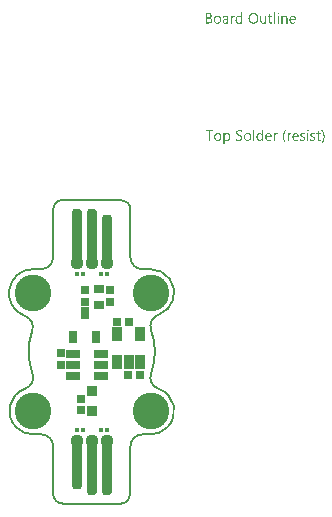
<source format=gts>
G04*
G04 #@! TF.GenerationSoftware,Altium Limited,Altium Designer,21.8.1 (53)*
G04*
G04 Layer_Color=8388736*
%FSAX25Y25*%
%MOIN*%
G70*
G04*
G04 #@! TF.SameCoordinates,17E01544-8C08-452E-A090-7F5DC87EFE89*
G04*
G04*
G04 #@! TF.FilePolarity,Negative*
G04*
G01*
G75*
%ADD11C,0.00787*%
%ADD25R,0.04528X0.02953*%
%ADD26R,0.02953X0.04134*%
%ADD27R,0.01181X0.01575*%
G04:AMPARAMS|DCode=28|XSize=35.43mil|YSize=169.29mil|CornerRadius=13.82mil|HoleSize=0mil|Usage=FLASHONLY|Rotation=0.000|XOffset=0mil|YOffset=0mil|HoleType=Round|Shape=RoundedRectangle|*
%AMROUNDEDRECTD28*
21,1,0.03543,0.14165,0,0,0.0*
21,1,0.00780,0.16929,0,0,0.0*
1,1,0.02764,0.00390,-0.07083*
1,1,0.02764,-0.00390,-0.07083*
1,1,0.02764,-0.00390,0.07083*
1,1,0.02764,0.00390,0.07083*
%
%ADD28ROUNDEDRECTD28*%
%ADD29R,0.03740X0.02953*%
%ADD30R,0.02756X0.02559*%
%ADD31R,0.03740X0.03740*%
%ADD32R,0.03347X0.04528*%
G04:AMPARAMS|DCode=33|XSize=35.43mil|YSize=188.98mil|CornerRadius=13.82mil|HoleSize=0mil|Usage=FLASHONLY|Rotation=180.000|XOffset=0mil|YOffset=0mil|HoleType=Round|Shape=RoundedRectangle|*
%AMROUNDEDRECTD33*
21,1,0.03543,0.16134,0,0,180.0*
21,1,0.00780,0.18898,0,0,180.0*
1,1,0.02764,-0.00390,0.08067*
1,1,0.02764,0.00390,0.08067*
1,1,0.02764,0.00390,-0.08067*
1,1,0.02764,-0.00390,-0.08067*
%
%ADD33ROUNDEDRECTD33*%
%ADD34R,0.02756X0.02559*%
%ADD35R,0.02559X0.02756*%
%ADD36C,0.12205*%
%ADD37C,0.04370*%
%ADD38C,0.00591*%
G36*
X0062201Y0140630D02*
X0062226D01*
X0062282Y0140605D01*
X0062313Y0140586D01*
X0062344Y0140562D01*
X0062350Y0140555D01*
X0062356Y0140549D01*
X0062387Y0140512D01*
X0062412Y0140450D01*
X0062418Y0140413D01*
X0062424Y0140376D01*
Y0140370D01*
Y0140357D01*
X0062418Y0140339D01*
X0062412Y0140314D01*
X0062393Y0140252D01*
X0062368Y0140221D01*
X0062344Y0140190D01*
X0062337D01*
X0062331Y0140178D01*
X0062294Y0140153D01*
X0062238Y0140128D01*
X0062201Y0140122D01*
X0062164Y0140116D01*
X0062146D01*
X0062127Y0140122D01*
X0062102D01*
X0062040Y0140147D01*
X0062009Y0140159D01*
X0061978Y0140184D01*
Y0140190D01*
X0061966Y0140196D01*
X0061954Y0140215D01*
X0061941Y0140234D01*
X0061917Y0140295D01*
X0061910Y0140332D01*
X0061904Y0140376D01*
Y0140382D01*
Y0140394D01*
X0061910Y0140413D01*
X0061917Y0140444D01*
X0061935Y0140500D01*
X0061954Y0140531D01*
X0061978Y0140562D01*
X0061985Y0140568D01*
X0061991Y0140574D01*
X0062028Y0140599D01*
X0062090Y0140623D01*
X0062127Y0140636D01*
X0062183D01*
X0062201Y0140630D01*
D02*
G37*
G36*
X0050211Y0136965D02*
X0049809D01*
Y0137386D01*
X0049796D01*
Y0137380D01*
X0049784Y0137367D01*
X0049766Y0137343D01*
X0049747Y0137312D01*
X0049716Y0137275D01*
X0049679Y0137238D01*
X0049635Y0137194D01*
X0049586Y0137151D01*
X0049530Y0137101D01*
X0049462Y0137058D01*
X0049394Y0137021D01*
X0049314Y0136984D01*
X0049233Y0136953D01*
X0049140Y0136928D01*
X0049041Y0136916D01*
X0048936Y0136909D01*
X0048893D01*
X0048856Y0136916D01*
X0048818Y0136922D01*
X0048769Y0136928D01*
X0048664Y0136953D01*
X0048540Y0136990D01*
X0048416Y0137052D01*
X0048348Y0137089D01*
X0048292Y0137132D01*
X0048230Y0137188D01*
X0048175Y0137244D01*
Y0137250D01*
X0048162Y0137262D01*
X0048150Y0137281D01*
X0048131Y0137306D01*
X0048113Y0137337D01*
X0048088Y0137380D01*
X0048063Y0137429D01*
X0048039Y0137485D01*
X0048008Y0137547D01*
X0047983Y0137615D01*
X0047958Y0137689D01*
X0047939Y0137770D01*
X0047921Y0137856D01*
X0047908Y0137956D01*
X0047902Y0138055D01*
X0047896Y0138160D01*
Y0138166D01*
Y0138185D01*
Y0138222D01*
X0047902Y0138265D01*
X0047908Y0138315D01*
X0047915Y0138376D01*
X0047921Y0138445D01*
X0047933Y0138519D01*
X0047970Y0138680D01*
X0048026Y0138847D01*
X0048063Y0138927D01*
X0048107Y0139008D01*
X0048150Y0139082D01*
X0048206Y0139156D01*
X0048212Y0139163D01*
X0048218Y0139175D01*
X0048237Y0139194D01*
X0048261Y0139218D01*
X0048292Y0139243D01*
X0048336Y0139274D01*
X0048379Y0139311D01*
X0048428Y0139348D01*
X0048552Y0139416D01*
X0048695Y0139478D01*
X0048775Y0139497D01*
X0048862Y0139515D01*
X0048948Y0139528D01*
X0049047Y0139534D01*
X0049097D01*
X0049134Y0139528D01*
X0049171Y0139522D01*
X0049221Y0139515D01*
X0049332Y0139485D01*
X0049456Y0139435D01*
X0049518Y0139404D01*
X0049580Y0139361D01*
X0049642Y0139317D01*
X0049697Y0139262D01*
X0049747Y0139200D01*
X0049796Y0139126D01*
X0049809D01*
Y0140685D01*
X0050211D01*
Y0136965D01*
D02*
G37*
G36*
X0064479Y0139528D02*
X0064553Y0139522D01*
X0064646Y0139503D01*
X0064745Y0139472D01*
X0064850Y0139423D01*
X0064956Y0139355D01*
X0064999Y0139317D01*
X0065042Y0139268D01*
X0065055Y0139255D01*
X0065080Y0139218D01*
X0065110Y0139156D01*
X0065154Y0139070D01*
X0065191Y0138964D01*
X0065228Y0138835D01*
X0065253Y0138680D01*
X0065259Y0138500D01*
Y0136965D01*
X0064857D01*
Y0138395D01*
Y0138401D01*
Y0138432D01*
X0064850Y0138469D01*
Y0138519D01*
X0064838Y0138581D01*
X0064826Y0138649D01*
X0064807Y0138723D01*
X0064782Y0138797D01*
X0064751Y0138872D01*
X0064714Y0138940D01*
X0064665Y0139008D01*
X0064609Y0139070D01*
X0064547Y0139119D01*
X0064467Y0139156D01*
X0064380Y0139187D01*
X0064275Y0139194D01*
X0064262D01*
X0064225Y0139187D01*
X0064170Y0139181D01*
X0064101Y0139163D01*
X0064021Y0139138D01*
X0063934Y0139094D01*
X0063854Y0139039D01*
X0063774Y0138964D01*
X0063767Y0138952D01*
X0063743Y0138927D01*
X0063712Y0138878D01*
X0063674Y0138810D01*
X0063637Y0138729D01*
X0063606Y0138630D01*
X0063582Y0138519D01*
X0063575Y0138395D01*
Y0136965D01*
X0063173D01*
Y0139478D01*
X0063575D01*
Y0139057D01*
X0063588D01*
X0063594Y0139064D01*
X0063600Y0139076D01*
X0063619Y0139101D01*
X0063643Y0139132D01*
X0063668Y0139169D01*
X0063705Y0139206D01*
X0063749Y0139249D01*
X0063798Y0139299D01*
X0063854Y0139342D01*
X0063916Y0139385D01*
X0063984Y0139423D01*
X0064058Y0139460D01*
X0064132Y0139491D01*
X0064219Y0139515D01*
X0064312Y0139528D01*
X0064411Y0139534D01*
X0064448D01*
X0064479Y0139528D01*
D02*
G37*
G36*
X0047481Y0139515D02*
X0047556Y0139509D01*
X0047599Y0139497D01*
X0047630Y0139485D01*
Y0139070D01*
X0047624Y0139076D01*
X0047611Y0139082D01*
X0047587Y0139094D01*
X0047556Y0139113D01*
X0047512Y0139126D01*
X0047457Y0139138D01*
X0047395Y0139144D01*
X0047327Y0139150D01*
X0047314D01*
X0047283Y0139144D01*
X0047234Y0139138D01*
X0047178Y0139119D01*
X0047104Y0139088D01*
X0047036Y0139045D01*
X0046961Y0138983D01*
X0046893Y0138903D01*
X0046887Y0138890D01*
X0046869Y0138859D01*
X0046838Y0138804D01*
X0046807Y0138729D01*
X0046776Y0138637D01*
X0046745Y0138519D01*
X0046726Y0138389D01*
X0046720Y0138240D01*
Y0136965D01*
X0046318D01*
Y0139478D01*
X0046720D01*
Y0138958D01*
X0046732D01*
Y0138964D01*
X0046739Y0138971D01*
X0046751Y0139002D01*
X0046769Y0139051D01*
X0046801Y0139113D01*
X0046831Y0139175D01*
X0046881Y0139243D01*
X0046931Y0139311D01*
X0046992Y0139373D01*
X0046999Y0139379D01*
X0047023Y0139398D01*
X0047060Y0139423D01*
X0047110Y0139447D01*
X0047166Y0139472D01*
X0047234Y0139497D01*
X0047308Y0139515D01*
X0047388Y0139522D01*
X0047444D01*
X0047481Y0139515D01*
D02*
G37*
G36*
X0058221Y0136965D02*
X0057819D01*
Y0137361D01*
X0057806D01*
Y0137355D01*
X0057794Y0137343D01*
X0057782Y0137318D01*
X0057757Y0137293D01*
X0057701Y0137219D01*
X0057614Y0137138D01*
X0057565Y0137095D01*
X0057509Y0137052D01*
X0057447Y0137015D01*
X0057373Y0136978D01*
X0057299Y0136953D01*
X0057218Y0136928D01*
X0057125Y0136916D01*
X0057033Y0136909D01*
X0056995D01*
X0056952Y0136916D01*
X0056890Y0136928D01*
X0056822Y0136940D01*
X0056748Y0136965D01*
X0056667Y0136996D01*
X0056587Y0137046D01*
X0056500Y0137101D01*
X0056420Y0137169D01*
X0056345Y0137256D01*
X0056277Y0137361D01*
X0056216Y0137479D01*
X0056172Y0137621D01*
X0056147Y0137788D01*
X0056135Y0137875D01*
Y0137974D01*
Y0139478D01*
X0056531D01*
Y0138036D01*
Y0138030D01*
Y0138005D01*
X0056537Y0137962D01*
X0056544Y0137912D01*
X0056550Y0137850D01*
X0056562Y0137788D01*
X0056581Y0137714D01*
X0056605Y0137640D01*
X0056643Y0137566D01*
X0056680Y0137497D01*
X0056729Y0137429D01*
X0056791Y0137367D01*
X0056859Y0137318D01*
X0056940Y0137281D01*
X0057039Y0137250D01*
X0057144Y0137244D01*
X0057156D01*
X0057193Y0137250D01*
X0057249Y0137256D01*
X0057311Y0137268D01*
X0057392Y0137299D01*
X0057472Y0137337D01*
X0057552Y0137386D01*
X0057627Y0137460D01*
X0057633Y0137473D01*
X0057658Y0137497D01*
X0057689Y0137547D01*
X0057726Y0137615D01*
X0057757Y0137696D01*
X0057788Y0137795D01*
X0057812Y0137906D01*
X0057819Y0138030D01*
Y0139478D01*
X0058221D01*
Y0136965D01*
D02*
G37*
G36*
X0062356D02*
X0061954D01*
Y0139478D01*
X0062356D01*
Y0136965D01*
D02*
G37*
G36*
X0061137D02*
X0060734D01*
Y0140685D01*
X0061137D01*
Y0136965D01*
D02*
G37*
G36*
X0044758Y0139528D02*
X0044813Y0139522D01*
X0044882Y0139503D01*
X0044956Y0139485D01*
X0045036Y0139453D01*
X0045123Y0139416D01*
X0045204Y0139367D01*
X0045284Y0139305D01*
X0045358Y0139231D01*
X0045426Y0139138D01*
X0045482Y0139033D01*
X0045525Y0138909D01*
X0045550Y0138767D01*
X0045562Y0138599D01*
Y0136965D01*
X0045160D01*
Y0137355D01*
X0045148D01*
Y0137349D01*
X0045135Y0137337D01*
X0045123Y0137312D01*
X0045098Y0137287D01*
X0045036Y0137213D01*
X0044956Y0137132D01*
X0044844Y0137052D01*
X0044714Y0136978D01*
X0044634Y0136953D01*
X0044554Y0136928D01*
X0044467Y0136916D01*
X0044374Y0136909D01*
X0044337D01*
X0044312Y0136916D01*
X0044244Y0136922D01*
X0044164Y0136934D01*
X0044065Y0136959D01*
X0043972Y0136990D01*
X0043873Y0137039D01*
X0043786Y0137101D01*
X0043780Y0137114D01*
X0043755Y0137138D01*
X0043718Y0137182D01*
X0043681Y0137244D01*
X0043644Y0137318D01*
X0043606Y0137405D01*
X0043582Y0137510D01*
X0043576Y0137627D01*
Y0137634D01*
Y0137658D01*
X0043582Y0137696D01*
X0043588Y0137739D01*
X0043600Y0137795D01*
X0043619Y0137856D01*
X0043644Y0137925D01*
X0043681Y0137993D01*
X0043724Y0138067D01*
X0043780Y0138141D01*
X0043848Y0138209D01*
X0043928Y0138271D01*
X0044021Y0138333D01*
X0044133Y0138383D01*
X0044256Y0138420D01*
X0044405Y0138451D01*
X0045160Y0138556D01*
Y0138562D01*
Y0138581D01*
X0045154Y0138618D01*
Y0138655D01*
X0045142Y0138705D01*
X0045135Y0138760D01*
X0045098Y0138878D01*
X0045067Y0138934D01*
X0045036Y0138989D01*
X0044993Y0139045D01*
X0044943Y0139094D01*
X0044882Y0139138D01*
X0044813Y0139169D01*
X0044733Y0139187D01*
X0044640Y0139194D01*
X0044597D01*
X0044566Y0139187D01*
X0044523D01*
X0044479Y0139175D01*
X0044368Y0139156D01*
X0044244Y0139119D01*
X0044108Y0139064D01*
X0044034Y0139026D01*
X0043966Y0138989D01*
X0043891Y0138940D01*
X0043823Y0138884D01*
Y0139299D01*
X0043829D01*
X0043842Y0139311D01*
X0043860Y0139324D01*
X0043891Y0139336D01*
X0043922Y0139355D01*
X0043966Y0139373D01*
X0044015Y0139392D01*
X0044071Y0139416D01*
X0044194Y0139460D01*
X0044343Y0139497D01*
X0044504Y0139522D01*
X0044677Y0139534D01*
X0044714D01*
X0044758Y0139528D01*
D02*
G37*
G36*
X0039069Y0140475D02*
X0039112D01*
X0039156Y0140469D01*
X0039255Y0140456D01*
X0039373Y0140425D01*
X0039496Y0140388D01*
X0039614Y0140332D01*
X0039719Y0140258D01*
X0039725D01*
X0039731Y0140246D01*
X0039762Y0140221D01*
X0039806Y0140172D01*
X0039855Y0140103D01*
X0039899Y0140017D01*
X0039942Y0139918D01*
X0039973Y0139806D01*
X0039985Y0139744D01*
Y0139676D01*
Y0139670D01*
Y0139664D01*
Y0139627D01*
X0039979Y0139571D01*
X0039967Y0139503D01*
X0039948Y0139416D01*
X0039917Y0139330D01*
X0039880Y0139243D01*
X0039824Y0139156D01*
X0039818Y0139144D01*
X0039793Y0139119D01*
X0039756Y0139082D01*
X0039707Y0139033D01*
X0039645Y0138983D01*
X0039571Y0138927D01*
X0039478Y0138884D01*
X0039379Y0138841D01*
Y0138835D01*
X0039397D01*
X0039416Y0138828D01*
X0039434Y0138822D01*
X0039503Y0138810D01*
X0039583Y0138785D01*
X0039670Y0138748D01*
X0039762Y0138705D01*
X0039855Y0138643D01*
X0039942Y0138562D01*
X0039954Y0138550D01*
X0039979Y0138519D01*
X0040010Y0138476D01*
X0040053Y0138407D01*
X0040091Y0138321D01*
X0040128Y0138222D01*
X0040152Y0138104D01*
X0040159Y0137974D01*
Y0137968D01*
Y0137956D01*
Y0137931D01*
X0040152Y0137900D01*
X0040146Y0137863D01*
X0040140Y0137819D01*
X0040115Y0137714D01*
X0040078Y0137597D01*
X0040022Y0137473D01*
X0039985Y0137417D01*
X0039942Y0137355D01*
X0039886Y0137299D01*
X0039830Y0137244D01*
X0039824D01*
X0039818Y0137231D01*
X0039800Y0137219D01*
X0039775Y0137200D01*
X0039744Y0137182D01*
X0039701Y0137157D01*
X0039608Y0137108D01*
X0039490Y0137052D01*
X0039354Y0137009D01*
X0039193Y0136978D01*
X0039112Y0136971D01*
X0039020Y0136965D01*
X0037992D01*
Y0140481D01*
X0039038D01*
X0039069Y0140475D01*
D02*
G37*
G36*
X0059564Y0139478D02*
X0060202D01*
Y0139132D01*
X0059564D01*
Y0137714D01*
Y0137702D01*
Y0137671D01*
X0059570Y0137627D01*
X0059577Y0137572D01*
X0059601Y0137454D01*
X0059620Y0137399D01*
X0059651Y0137355D01*
X0059657Y0137349D01*
X0059670Y0137337D01*
X0059688Y0137324D01*
X0059719Y0137306D01*
X0059756Y0137281D01*
X0059806Y0137268D01*
X0059868Y0137256D01*
X0059936Y0137250D01*
X0059960D01*
X0059991Y0137256D01*
X0060028Y0137262D01*
X0060115Y0137287D01*
X0060158Y0137306D01*
X0060202Y0137330D01*
Y0136984D01*
X0060196D01*
X0060177Y0136971D01*
X0060146Y0136965D01*
X0060103Y0136953D01*
X0060047Y0136940D01*
X0059985Y0136928D01*
X0059911Y0136922D01*
X0059824Y0136916D01*
X0059793D01*
X0059762Y0136922D01*
X0059719Y0136928D01*
X0059670Y0136940D01*
X0059614Y0136953D01*
X0059558Y0136978D01*
X0059496Y0137009D01*
X0059434Y0137046D01*
X0059372Y0137095D01*
X0059317Y0137151D01*
X0059267Y0137225D01*
X0059224Y0137306D01*
X0059193Y0137405D01*
X0059168Y0137516D01*
X0059162Y0137646D01*
Y0139132D01*
X0058735D01*
Y0139478D01*
X0059162D01*
Y0140091D01*
X0059564Y0140221D01*
Y0139478D01*
D02*
G37*
G36*
X0067091Y0139528D02*
X0067135Y0139522D01*
X0067178Y0139515D01*
X0067289Y0139497D01*
X0067413Y0139453D01*
X0067537Y0139398D01*
X0067599Y0139361D01*
X0067661Y0139317D01*
X0067716Y0139268D01*
X0067772Y0139212D01*
X0067778Y0139206D01*
X0067785Y0139200D01*
X0067797Y0139181D01*
X0067816Y0139156D01*
X0067834Y0139119D01*
X0067859Y0139082D01*
X0067884Y0139039D01*
X0067908Y0138983D01*
X0067933Y0138921D01*
X0067958Y0138859D01*
X0067983Y0138785D01*
X0068001Y0138705D01*
X0068020Y0138618D01*
X0068032Y0138531D01*
X0068045Y0138432D01*
Y0138327D01*
Y0138117D01*
X0066268D01*
Y0138110D01*
Y0138098D01*
Y0138079D01*
X0066274Y0138048D01*
X0066280Y0138011D01*
Y0137974D01*
X0066299Y0137875D01*
X0066330Y0137776D01*
X0066367Y0137665D01*
X0066423Y0137559D01*
X0066491Y0137467D01*
X0066503Y0137454D01*
X0066528Y0137429D01*
X0066578Y0137399D01*
X0066646Y0137355D01*
X0066732Y0137312D01*
X0066831Y0137281D01*
X0066949Y0137256D01*
X0067085Y0137244D01*
X0067128D01*
X0067159Y0137250D01*
X0067197D01*
X0067240Y0137256D01*
X0067345Y0137281D01*
X0067463Y0137312D01*
X0067593Y0137361D01*
X0067729Y0137429D01*
X0067797Y0137473D01*
X0067865Y0137522D01*
Y0137145D01*
X0067859D01*
X0067853Y0137132D01*
X0067834Y0137126D01*
X0067803Y0137108D01*
X0067772Y0137089D01*
X0067735Y0137070D01*
X0067686Y0137052D01*
X0067636Y0137027D01*
X0067574Y0137002D01*
X0067506Y0136984D01*
X0067357Y0136947D01*
X0067184Y0136922D01*
X0066992Y0136909D01*
X0066943D01*
X0066906Y0136916D01*
X0066862Y0136922D01*
X0066807Y0136928D01*
X0066689Y0136953D01*
X0066553Y0136990D01*
X0066417Y0137052D01*
X0066348Y0137095D01*
X0066280Y0137138D01*
X0066219Y0137188D01*
X0066157Y0137250D01*
X0066150Y0137256D01*
X0066144Y0137268D01*
X0066132Y0137287D01*
X0066107Y0137312D01*
X0066088Y0137349D01*
X0066064Y0137392D01*
X0066033Y0137442D01*
X0066008Y0137497D01*
X0065977Y0137559D01*
X0065952Y0137634D01*
X0065921Y0137714D01*
X0065903Y0137801D01*
X0065884Y0137894D01*
X0065866Y0137993D01*
X0065860Y0138098D01*
X0065853Y0138209D01*
Y0138216D01*
Y0138234D01*
Y0138265D01*
X0065860Y0138308D01*
X0065866Y0138358D01*
X0065872Y0138414D01*
X0065878Y0138482D01*
X0065897Y0138550D01*
X0065934Y0138698D01*
X0065990Y0138859D01*
X0066027Y0138940D01*
X0066076Y0139014D01*
X0066126Y0139094D01*
X0066181Y0139163D01*
X0066188Y0139169D01*
X0066200Y0139181D01*
X0066219Y0139200D01*
X0066243Y0139218D01*
X0066274Y0139249D01*
X0066311Y0139280D01*
X0066361Y0139311D01*
X0066410Y0139348D01*
X0066528Y0139416D01*
X0066670Y0139478D01*
X0066751Y0139497D01*
X0066831Y0139515D01*
X0066918Y0139528D01*
X0067011Y0139534D01*
X0067060D01*
X0067091Y0139528D01*
D02*
G37*
G36*
X0054049Y0140537D02*
X0054111Y0140531D01*
X0054185Y0140518D01*
X0054266Y0140500D01*
X0054352Y0140481D01*
X0054439Y0140456D01*
X0054538Y0140425D01*
X0054631Y0140382D01*
X0054730Y0140332D01*
X0054829Y0140277D01*
X0054922Y0140209D01*
X0055015Y0140134D01*
X0055101Y0140048D01*
X0055107Y0140042D01*
X0055120Y0140023D01*
X0055145Y0139998D01*
X0055169Y0139961D01*
X0055207Y0139912D01*
X0055244Y0139850D01*
X0055281Y0139782D01*
X0055324Y0139707D01*
X0055367Y0139614D01*
X0055405Y0139522D01*
X0055442Y0139416D01*
X0055479Y0139299D01*
X0055504Y0139181D01*
X0055528Y0139051D01*
X0055541Y0138909D01*
X0055547Y0138767D01*
Y0138754D01*
Y0138729D01*
Y0138686D01*
X0055541Y0138624D01*
X0055535Y0138550D01*
X0055522Y0138469D01*
X0055510Y0138376D01*
X0055491Y0138271D01*
X0055467Y0138166D01*
X0055436Y0138055D01*
X0055398Y0137943D01*
X0055355Y0137832D01*
X0055299Y0137714D01*
X0055238Y0137609D01*
X0055169Y0137504D01*
X0055089Y0137405D01*
X0055083Y0137399D01*
X0055070Y0137386D01*
X0055039Y0137361D01*
X0055008Y0137330D01*
X0054959Y0137287D01*
X0054903Y0137250D01*
X0054841Y0137200D01*
X0054767Y0137157D01*
X0054686Y0137114D01*
X0054594Y0137064D01*
X0054495Y0137027D01*
X0054383Y0136990D01*
X0054266Y0136953D01*
X0054142Y0136928D01*
X0054012Y0136916D01*
X0053869Y0136909D01*
X0053838D01*
X0053795Y0136916D01*
X0053746D01*
X0053684Y0136922D01*
X0053610Y0136934D01*
X0053529Y0136953D01*
X0053436Y0136971D01*
X0053343Y0136996D01*
X0053244Y0137027D01*
X0053145Y0137070D01*
X0053046Y0137114D01*
X0052947Y0137169D01*
X0052848Y0137238D01*
X0052755Y0137312D01*
X0052669Y0137399D01*
X0052662Y0137405D01*
X0052650Y0137423D01*
X0052625Y0137448D01*
X0052601Y0137485D01*
X0052563Y0137535D01*
X0052526Y0137597D01*
X0052489Y0137665D01*
X0052446Y0137745D01*
X0052402Y0137832D01*
X0052365Y0137925D01*
X0052328Y0138030D01*
X0052291Y0138147D01*
X0052266Y0138265D01*
X0052241Y0138395D01*
X0052229Y0138537D01*
X0052223Y0138680D01*
Y0138692D01*
Y0138717D01*
X0052229Y0138760D01*
Y0138822D01*
X0052235Y0138890D01*
X0052248Y0138977D01*
X0052260Y0139070D01*
X0052279Y0139169D01*
X0052303Y0139274D01*
X0052334Y0139385D01*
X0052372Y0139497D01*
X0052415Y0139608D01*
X0052470Y0139720D01*
X0052532Y0139831D01*
X0052601Y0139936D01*
X0052681Y0140035D01*
X0052687Y0140042D01*
X0052700Y0140060D01*
X0052731Y0140085D01*
X0052768Y0140116D01*
X0052811Y0140153D01*
X0052867Y0140196D01*
X0052935Y0140240D01*
X0053009Y0140289D01*
X0053096Y0140339D01*
X0053189Y0140382D01*
X0053288Y0140425D01*
X0053399Y0140463D01*
X0053523Y0140494D01*
X0053653Y0140524D01*
X0053789Y0140537D01*
X0053931Y0140543D01*
X0054000D01*
X0054049Y0140537D01*
D02*
G37*
G36*
X0042022Y0139528D02*
X0042065Y0139522D01*
X0042121Y0139515D01*
X0042245Y0139491D01*
X0042387Y0139447D01*
X0042529Y0139385D01*
X0042604Y0139348D01*
X0042672Y0139305D01*
X0042740Y0139249D01*
X0042802Y0139187D01*
X0042808Y0139181D01*
X0042814Y0139169D01*
X0042833Y0139150D01*
X0042851Y0139126D01*
X0042876Y0139088D01*
X0042901Y0139045D01*
X0042932Y0138996D01*
X0042963Y0138940D01*
X0042987Y0138872D01*
X0043018Y0138804D01*
X0043043Y0138723D01*
X0043068Y0138637D01*
X0043086Y0138544D01*
X0043105Y0138445D01*
X0043111Y0138339D01*
X0043117Y0138228D01*
Y0138222D01*
Y0138203D01*
Y0138172D01*
X0043111Y0138129D01*
X0043105Y0138079D01*
X0043099Y0138017D01*
X0043086Y0137956D01*
X0043074Y0137881D01*
X0043037Y0137733D01*
X0042975Y0137572D01*
X0042938Y0137491D01*
X0042888Y0137411D01*
X0042839Y0137337D01*
X0042777Y0137268D01*
X0042771Y0137262D01*
X0042758Y0137256D01*
X0042740Y0137238D01*
X0042715Y0137213D01*
X0042678Y0137188D01*
X0042641Y0137157D01*
X0042591Y0137120D01*
X0042536Y0137089D01*
X0042474Y0137058D01*
X0042406Y0137021D01*
X0042331Y0136990D01*
X0042251Y0136965D01*
X0042164Y0136940D01*
X0042071Y0136928D01*
X0041972Y0136916D01*
X0041867Y0136909D01*
X0041811D01*
X0041774Y0136916D01*
X0041731Y0136922D01*
X0041675Y0136928D01*
X0041613Y0136940D01*
X0041545Y0136953D01*
X0041403Y0136996D01*
X0041254Y0137058D01*
X0041180Y0137095D01*
X0041112Y0137145D01*
X0041044Y0137194D01*
X0040976Y0137256D01*
X0040969Y0137262D01*
X0040963Y0137275D01*
X0040945Y0137293D01*
X0040926Y0137318D01*
X0040901Y0137355D01*
X0040870Y0137399D01*
X0040839Y0137448D01*
X0040815Y0137504D01*
X0040784Y0137572D01*
X0040753Y0137640D01*
X0040722Y0137714D01*
X0040697Y0137801D01*
X0040660Y0137987D01*
X0040654Y0138086D01*
X0040648Y0138191D01*
Y0138197D01*
Y0138222D01*
Y0138253D01*
X0040654Y0138296D01*
X0040660Y0138346D01*
X0040666Y0138407D01*
X0040679Y0138476D01*
X0040691Y0138550D01*
X0040728Y0138711D01*
X0040790Y0138872D01*
X0040833Y0138952D01*
X0040877Y0139033D01*
X0040926Y0139107D01*
X0040988Y0139175D01*
X0040994Y0139181D01*
X0041007Y0139194D01*
X0041025Y0139206D01*
X0041050Y0139231D01*
X0041087Y0139255D01*
X0041131Y0139286D01*
X0041180Y0139324D01*
X0041236Y0139355D01*
X0041298Y0139385D01*
X0041372Y0139423D01*
X0041446Y0139453D01*
X0041533Y0139478D01*
X0041620Y0139503D01*
X0041719Y0139522D01*
X0041824Y0139528D01*
X0041929Y0139534D01*
X0041985D01*
X0042022Y0139528D01*
D02*
G37*
G36*
X0072019Y0101568D02*
X0072043D01*
X0072099Y0101543D01*
X0072130Y0101524D01*
X0072161Y0101500D01*
X0072167Y0101494D01*
X0072173Y0101487D01*
X0072204Y0101450D01*
X0072229Y0101388D01*
X0072235Y0101351D01*
X0072241Y0101314D01*
Y0101308D01*
Y0101295D01*
X0072235Y0101277D01*
X0072229Y0101252D01*
X0072210Y0101190D01*
X0072186Y0101159D01*
X0072161Y0101128D01*
X0072155D01*
X0072149Y0101116D01*
X0072111Y0101091D01*
X0072056Y0101066D01*
X0072019Y0101060D01*
X0071981Y0101054D01*
X0071963D01*
X0071944Y0101060D01*
X0071920D01*
X0071858Y0101085D01*
X0071827Y0101097D01*
X0071796Y0101122D01*
Y0101128D01*
X0071783Y0101135D01*
X0071771Y0101153D01*
X0071759Y0101172D01*
X0071734Y0101233D01*
X0071728Y0101271D01*
X0071721Y0101314D01*
Y0101320D01*
Y0101333D01*
X0071728Y0101351D01*
X0071734Y0101382D01*
X0071752Y0101438D01*
X0071771Y0101469D01*
X0071796Y0101500D01*
X0071802Y0101506D01*
X0071808Y0101512D01*
X0071845Y0101537D01*
X0071907Y0101562D01*
X0071944Y0101574D01*
X0072000D01*
X0072019Y0101568D01*
D02*
G37*
G36*
X0049450Y0101475D02*
X0049499D01*
X0049611Y0101463D01*
X0049735Y0101450D01*
X0049858Y0101425D01*
X0049976Y0101394D01*
X0050025Y0101376D01*
X0050075Y0101351D01*
Y0100887D01*
X0050069D01*
X0050063Y0100899D01*
X0050044Y0100906D01*
X0050019Y0100924D01*
X0049988Y0100936D01*
X0049951Y0100955D01*
X0049858Y0100998D01*
X0049747Y0101035D01*
X0049611Y0101073D01*
X0049450Y0101097D01*
X0049277Y0101103D01*
X0049227D01*
X0049190Y0101097D01*
X0049153D01*
X0049103Y0101091D01*
X0049004Y0101073D01*
X0048998D01*
X0048979Y0101066D01*
X0048955Y0101060D01*
X0048924Y0101054D01*
X0048849Y0101023D01*
X0048763Y0100986D01*
X0048757D01*
X0048744Y0100974D01*
X0048726Y0100961D01*
X0048701Y0100943D01*
X0048645Y0100887D01*
X0048589Y0100819D01*
Y0100813D01*
X0048577Y0100800D01*
X0048571Y0100782D01*
X0048558Y0100751D01*
X0048546Y0100714D01*
X0048540Y0100676D01*
X0048528Y0100577D01*
Y0100571D01*
Y0100553D01*
Y0100528D01*
X0048534Y0100497D01*
X0048546Y0100423D01*
X0048577Y0100342D01*
Y0100336D01*
X0048589Y0100324D01*
X0048596Y0100305D01*
X0048614Y0100280D01*
X0048664Y0100225D01*
X0048726Y0100163D01*
X0048732Y0100156D01*
X0048744Y0100150D01*
X0048763Y0100132D01*
X0048794Y0100113D01*
X0048831Y0100088D01*
X0048868Y0100064D01*
X0048967Y0100002D01*
X0048973Y0099995D01*
X0048992Y0099989D01*
X0049023Y0099971D01*
X0049060Y0099952D01*
X0049109Y0099927D01*
X0049165Y0099903D01*
X0049289Y0099841D01*
X0049295Y0099835D01*
X0049320Y0099822D01*
X0049357Y0099804D01*
X0049406Y0099779D01*
X0049462Y0099754D01*
X0049524Y0099717D01*
X0049648Y0099643D01*
X0049654Y0099637D01*
X0049679Y0099624D01*
X0049710Y0099606D01*
X0049753Y0099575D01*
X0049846Y0099500D01*
X0049945Y0099414D01*
X0049951Y0099408D01*
X0049970Y0099395D01*
X0049988Y0099364D01*
X0050019Y0099333D01*
X0050050Y0099290D01*
X0050087Y0099247D01*
X0050149Y0099135D01*
X0050156Y0099129D01*
X0050162Y0099110D01*
X0050174Y0099079D01*
X0050186Y0099036D01*
X0050199Y0098987D01*
X0050211Y0098925D01*
X0050224Y0098863D01*
Y0098788D01*
Y0098776D01*
Y0098745D01*
X0050217Y0098696D01*
X0050211Y0098634D01*
X0050199Y0098566D01*
X0050180Y0098491D01*
X0050156Y0098417D01*
X0050118Y0098349D01*
X0050112Y0098343D01*
X0050100Y0098318D01*
X0050075Y0098287D01*
X0050050Y0098244D01*
X0050007Y0098200D01*
X0049964Y0098151D01*
X0049908Y0098101D01*
X0049846Y0098052D01*
X0049840Y0098046D01*
X0049815Y0098033D01*
X0049778Y0098015D01*
X0049728Y0097990D01*
X0049673Y0097965D01*
X0049605Y0097940D01*
X0049524Y0097916D01*
X0049444Y0097897D01*
X0049431D01*
X0049406Y0097891D01*
X0049363Y0097885D01*
X0049301Y0097872D01*
X0049233Y0097866D01*
X0049153Y0097854D01*
X0049066Y0097848D01*
X0048917D01*
X0048849Y0097854D01*
X0048763Y0097860D01*
X0048744D01*
X0048719Y0097866D01*
X0048688Y0097872D01*
X0048608Y0097879D01*
X0048515Y0097897D01*
X0048509D01*
X0048490Y0097903D01*
X0048466Y0097909D01*
X0048435Y0097916D01*
X0048360Y0097934D01*
X0048274Y0097959D01*
X0048267D01*
X0048255Y0097965D01*
X0048237Y0097971D01*
X0048212Y0097984D01*
X0048150Y0098009D01*
X0048088Y0098046D01*
Y0098528D01*
X0048094Y0098522D01*
X0048107Y0098516D01*
X0048119Y0098504D01*
X0048144Y0098485D01*
X0048212Y0098442D01*
X0048292Y0098392D01*
X0048298D01*
X0048311Y0098386D01*
X0048336Y0098374D01*
X0048367Y0098361D01*
X0048447Y0098324D01*
X0048534Y0098293D01*
X0048540D01*
X0048558Y0098287D01*
X0048583Y0098281D01*
X0048614Y0098275D01*
X0048701Y0098250D01*
X0048794Y0098231D01*
X0048818D01*
X0048843Y0098225D01*
X0048874D01*
X0048948Y0098219D01*
X0049035Y0098213D01*
X0049097D01*
X0049165Y0098219D01*
X0049252Y0098231D01*
X0049345Y0098244D01*
X0049437Y0098269D01*
X0049524Y0098306D01*
X0049605Y0098349D01*
X0049611Y0098355D01*
X0049635Y0098374D01*
X0049667Y0098411D01*
X0049697Y0098454D01*
X0049735Y0098510D01*
X0049759Y0098584D01*
X0049784Y0098665D01*
X0049790Y0098757D01*
Y0098764D01*
Y0098782D01*
Y0098807D01*
X0049784Y0098844D01*
X0049766Y0098925D01*
X0049728Y0099005D01*
Y0099011D01*
X0049716Y0099024D01*
X0049704Y0099042D01*
X0049685Y0099067D01*
X0049629Y0099129D01*
X0049555Y0099197D01*
X0049549Y0099203D01*
X0049536Y0099216D01*
X0049512Y0099228D01*
X0049481Y0099253D01*
X0049444Y0099278D01*
X0049400Y0099309D01*
X0049295Y0099364D01*
X0049289Y0099370D01*
X0049270Y0099376D01*
X0049239Y0099395D01*
X0049196Y0099414D01*
X0049153Y0099445D01*
X0049097Y0099469D01*
X0048967Y0099537D01*
X0048961Y0099544D01*
X0048936Y0099556D01*
X0048899Y0099575D01*
X0048856Y0099593D01*
X0048806Y0099624D01*
X0048750Y0099655D01*
X0048627Y0099723D01*
X0048620Y0099729D01*
X0048602Y0099742D01*
X0048571Y0099760D01*
X0048534Y0099785D01*
X0048441Y0099853D01*
X0048348Y0099934D01*
X0048342Y0099940D01*
X0048329Y0099952D01*
X0048305Y0099977D01*
X0048280Y0100008D01*
X0048249Y0100051D01*
X0048218Y0100095D01*
X0048162Y0100194D01*
Y0100200D01*
X0048150Y0100218D01*
X0048144Y0100249D01*
X0048131Y0100293D01*
X0048119Y0100342D01*
X0048107Y0100404D01*
X0048100Y0100466D01*
X0048094Y0100540D01*
Y0100553D01*
Y0100584D01*
X0048100Y0100627D01*
X0048107Y0100683D01*
X0048119Y0100751D01*
X0048138Y0100819D01*
X0048162Y0100887D01*
X0048199Y0100955D01*
X0048206Y0100961D01*
X0048218Y0100986D01*
X0048243Y0101017D01*
X0048274Y0101060D01*
X0048311Y0101103D01*
X0048360Y0101153D01*
X0048416Y0101203D01*
X0048478Y0101246D01*
X0048484Y0101252D01*
X0048509Y0101265D01*
X0048546Y0101289D01*
X0048589Y0101314D01*
X0048651Y0101339D01*
X0048713Y0101370D01*
X0048788Y0101394D01*
X0048868Y0101419D01*
X0048880D01*
X0048905Y0101432D01*
X0048948Y0101438D01*
X0049010Y0101450D01*
X0049078Y0101463D01*
X0049153Y0101469D01*
X0049320Y0101481D01*
X0049406D01*
X0049450Y0101475D01*
D02*
G37*
G36*
X0057181Y0097903D02*
X0056779D01*
Y0098324D01*
X0056766D01*
Y0098318D01*
X0056754Y0098306D01*
X0056735Y0098281D01*
X0056717Y0098250D01*
X0056686Y0098213D01*
X0056649Y0098176D01*
X0056605Y0098132D01*
X0056556Y0098089D01*
X0056500Y0098040D01*
X0056432Y0097996D01*
X0056364Y0097959D01*
X0056284Y0097922D01*
X0056203Y0097891D01*
X0056110Y0097866D01*
X0056011Y0097854D01*
X0055906Y0097848D01*
X0055863D01*
X0055826Y0097854D01*
X0055788Y0097860D01*
X0055739Y0097866D01*
X0055634Y0097891D01*
X0055510Y0097928D01*
X0055386Y0097990D01*
X0055318Y0098027D01*
X0055262Y0098071D01*
X0055200Y0098126D01*
X0055145Y0098182D01*
Y0098188D01*
X0055132Y0098200D01*
X0055120Y0098219D01*
X0055101Y0098244D01*
X0055083Y0098275D01*
X0055058Y0098318D01*
X0055033Y0098368D01*
X0055008Y0098423D01*
X0054978Y0098485D01*
X0054953Y0098553D01*
X0054928Y0098628D01*
X0054909Y0098708D01*
X0054891Y0098795D01*
X0054878Y0098894D01*
X0054872Y0098993D01*
X0054866Y0099098D01*
Y0099104D01*
Y0099123D01*
Y0099160D01*
X0054872Y0099203D01*
X0054878Y0099253D01*
X0054885Y0099315D01*
X0054891Y0099383D01*
X0054903Y0099457D01*
X0054940Y0099618D01*
X0054996Y0099785D01*
X0055033Y0099866D01*
X0055076Y0099946D01*
X0055120Y0100020D01*
X0055176Y0100095D01*
X0055182Y0100101D01*
X0055188Y0100113D01*
X0055207Y0100132D01*
X0055231Y0100156D01*
X0055262Y0100181D01*
X0055306Y0100212D01*
X0055349Y0100249D01*
X0055398Y0100286D01*
X0055522Y0100355D01*
X0055665Y0100417D01*
X0055745Y0100435D01*
X0055832Y0100454D01*
X0055918Y0100466D01*
X0056017Y0100472D01*
X0056067D01*
X0056104Y0100466D01*
X0056141Y0100460D01*
X0056191Y0100454D01*
X0056302Y0100423D01*
X0056426Y0100373D01*
X0056488Y0100342D01*
X0056550Y0100299D01*
X0056612Y0100256D01*
X0056667Y0100200D01*
X0056717Y0100138D01*
X0056766Y0100064D01*
X0056779D01*
Y0101623D01*
X0057181D01*
Y0097903D01*
D02*
G37*
G36*
X0045234Y0100466D02*
X0045278Y0100460D01*
X0045321Y0100454D01*
X0045432Y0100429D01*
X0045556Y0100392D01*
X0045680Y0100330D01*
X0045742Y0100293D01*
X0045804Y0100243D01*
X0045860Y0100194D01*
X0045915Y0100132D01*
X0045921Y0100126D01*
X0045928Y0100119D01*
X0045940Y0100095D01*
X0045959Y0100070D01*
X0045977Y0100039D01*
X0046002Y0099995D01*
X0046027Y0099946D01*
X0046051Y0099897D01*
X0046076Y0099835D01*
X0046101Y0099766D01*
X0046126Y0099692D01*
X0046144Y0099612D01*
X0046175Y0099432D01*
X0046188Y0099333D01*
Y0099228D01*
Y0099222D01*
Y0099203D01*
Y0099166D01*
X0046181Y0099123D01*
Y0099073D01*
X0046169Y0099011D01*
X0046163Y0098943D01*
X0046150Y0098869D01*
X0046113Y0098708D01*
X0046058Y0098541D01*
X0046020Y0098460D01*
X0045983Y0098380D01*
X0045934Y0098299D01*
X0045878Y0098225D01*
X0045872Y0098219D01*
X0045866Y0098207D01*
X0045847Y0098188D01*
X0045823Y0098169D01*
X0045792Y0098138D01*
X0045754Y0098108D01*
X0045711Y0098071D01*
X0045662Y0098040D01*
X0045606Y0098002D01*
X0045544Y0097965D01*
X0045395Y0097909D01*
X0045315Y0097885D01*
X0045234Y0097866D01*
X0045142Y0097854D01*
X0045042Y0097848D01*
X0044993D01*
X0044962Y0097854D01*
X0044919Y0097860D01*
X0044875Y0097872D01*
X0044764Y0097897D01*
X0044646Y0097947D01*
X0044578Y0097984D01*
X0044516Y0098021D01*
X0044455Y0098071D01*
X0044399Y0098126D01*
X0044337Y0098188D01*
X0044287Y0098262D01*
X0044275D01*
Y0096752D01*
X0043873D01*
Y0100417D01*
X0044275D01*
Y0099971D01*
X0044287D01*
X0044293Y0099977D01*
X0044300Y0099995D01*
X0044318Y0100020D01*
X0044343Y0100051D01*
X0044374Y0100088D01*
X0044411Y0100132D01*
X0044455Y0100175D01*
X0044510Y0100225D01*
X0044566Y0100268D01*
X0044628Y0100311D01*
X0044702Y0100355D01*
X0044776Y0100392D01*
X0044863Y0100429D01*
X0044956Y0100454D01*
X0045049Y0100466D01*
X0045154Y0100472D01*
X0045204D01*
X0045234Y0100466D01*
D02*
G37*
G36*
X0073925D02*
X0074006Y0100460D01*
X0074092Y0100447D01*
X0074191Y0100423D01*
X0074290Y0100398D01*
X0074389Y0100361D01*
Y0099952D01*
X0074377Y0099958D01*
X0074340Y0099983D01*
X0074284Y0100008D01*
X0074210Y0100045D01*
X0074117Y0100076D01*
X0074006Y0100107D01*
X0073882Y0100126D01*
X0073752Y0100132D01*
X0073684D01*
X0073622Y0100119D01*
X0073548Y0100107D01*
X0073541D01*
X0073535Y0100101D01*
X0073498Y0100088D01*
X0073448Y0100064D01*
X0073393Y0100033D01*
X0073380Y0100027D01*
X0073356Y0100002D01*
X0073325Y0099965D01*
X0073294Y0099921D01*
X0073287Y0099909D01*
X0073275Y0099878D01*
X0073263Y0099835D01*
X0073257Y0099779D01*
Y0099773D01*
Y0099760D01*
Y0099742D01*
X0073263Y0099723D01*
X0073275Y0099668D01*
X0073294Y0099612D01*
X0073300Y0099599D01*
X0073318Y0099575D01*
X0073356Y0099537D01*
X0073399Y0099494D01*
X0073405D01*
X0073411Y0099488D01*
X0073448Y0099463D01*
X0073498Y0099432D01*
X0073566Y0099401D01*
X0073572D01*
X0073585Y0099395D01*
X0073603Y0099389D01*
X0073634Y0099376D01*
X0073702Y0099352D01*
X0073789Y0099315D01*
X0073795D01*
X0073820Y0099302D01*
X0073851Y0099290D01*
X0073888Y0099278D01*
X0073987Y0099234D01*
X0074086Y0099185D01*
X0074092D01*
X0074111Y0099172D01*
X0074136Y0099160D01*
X0074167Y0099141D01*
X0074241Y0099092D01*
X0074315Y0099030D01*
X0074321Y0099024D01*
X0074334Y0099018D01*
X0074346Y0098999D01*
X0074371Y0098974D01*
X0074414Y0098912D01*
X0074457Y0098832D01*
Y0098826D01*
X0074464Y0098813D01*
X0074476Y0098788D01*
X0074482Y0098757D01*
X0074495Y0098720D01*
X0074501Y0098677D01*
X0074507Y0098572D01*
Y0098566D01*
Y0098541D01*
X0074501Y0098504D01*
X0074495Y0098460D01*
X0074488Y0098411D01*
X0074470Y0098355D01*
X0074451Y0098306D01*
X0074420Y0098250D01*
X0074414Y0098244D01*
X0074408Y0098225D01*
X0074389Y0098200D01*
X0074365Y0098169D01*
X0074334Y0098132D01*
X0074296Y0098095D01*
X0074204Y0098021D01*
X0074197Y0098015D01*
X0074179Y0098009D01*
X0074154Y0097990D01*
X0074111Y0097971D01*
X0074067Y0097947D01*
X0074012Y0097928D01*
X0073956Y0097909D01*
X0073888Y0097891D01*
X0073882D01*
X0073857Y0097885D01*
X0073820Y0097879D01*
X0073777Y0097872D01*
X0073715Y0097860D01*
X0073653Y0097854D01*
X0073510Y0097848D01*
X0073448D01*
X0073374Y0097854D01*
X0073281Y0097866D01*
X0073176Y0097885D01*
X0073065Y0097909D01*
X0072953Y0097940D01*
X0072842Y0097990D01*
Y0098423D01*
X0072848D01*
X0072854Y0098411D01*
X0072873Y0098399D01*
X0072897Y0098386D01*
X0072966Y0098349D01*
X0073058Y0098306D01*
X0073164Y0098256D01*
X0073287Y0098219D01*
X0073424Y0098194D01*
X0073566Y0098182D01*
X0073616D01*
X0073646Y0098188D01*
X0073733Y0098200D01*
X0073832Y0098225D01*
X0073925Y0098269D01*
X0073968Y0098299D01*
X0074012Y0098330D01*
X0074043Y0098374D01*
X0074067Y0098417D01*
X0074086Y0098473D01*
X0074092Y0098535D01*
Y0098541D01*
Y0098553D01*
Y0098572D01*
X0074086Y0098590D01*
X0074074Y0098646D01*
X0074049Y0098702D01*
Y0098708D01*
X0074043Y0098714D01*
X0074018Y0098745D01*
X0073981Y0098788D01*
X0073925Y0098826D01*
X0073919D01*
X0073913Y0098838D01*
X0073875Y0098857D01*
X0073820Y0098894D01*
X0073746Y0098925D01*
X0073739D01*
X0073727Y0098931D01*
X0073708Y0098943D01*
X0073677Y0098956D01*
X0073609Y0098980D01*
X0073523Y0099018D01*
X0073516D01*
X0073492Y0099030D01*
X0073461Y0099042D01*
X0073424Y0099055D01*
X0073325Y0099098D01*
X0073226Y0099147D01*
X0073219Y0099154D01*
X0073207Y0099160D01*
X0073182Y0099172D01*
X0073151Y0099191D01*
X0073083Y0099240D01*
X0073015Y0099296D01*
X0073009Y0099302D01*
X0073003Y0099309D01*
X0072984Y0099327D01*
X0072966Y0099352D01*
X0072922Y0099414D01*
X0072885Y0099488D01*
Y0099494D01*
X0072879Y0099506D01*
X0072873Y0099531D01*
X0072867Y0099562D01*
X0072860Y0099599D01*
X0072854Y0099643D01*
X0072848Y0099748D01*
Y0099754D01*
Y0099779D01*
X0072854Y0099810D01*
X0072860Y0099853D01*
X0072867Y0099903D01*
X0072885Y0099952D01*
X0072904Y0100008D01*
X0072929Y0100057D01*
X0072935Y0100064D01*
X0072941Y0100082D01*
X0072959Y0100107D01*
X0072984Y0100138D01*
X0073052Y0100212D01*
X0073139Y0100286D01*
X0073145Y0100293D01*
X0073164Y0100299D01*
X0073189Y0100317D01*
X0073232Y0100336D01*
X0073275Y0100361D01*
X0073325Y0100385D01*
X0073448Y0100423D01*
X0073455D01*
X0073479Y0100429D01*
X0073510Y0100441D01*
X0073560Y0100447D01*
X0073609Y0100460D01*
X0073671Y0100466D01*
X0073808Y0100472D01*
X0073863D01*
X0073925Y0100466D01*
D02*
G37*
G36*
X0070570D02*
X0070651Y0100460D01*
X0070737Y0100447D01*
X0070836Y0100423D01*
X0070935Y0100398D01*
X0071034Y0100361D01*
Y0099952D01*
X0071022Y0099958D01*
X0070985Y0099983D01*
X0070929Y0100008D01*
X0070855Y0100045D01*
X0070762Y0100076D01*
X0070651Y0100107D01*
X0070527Y0100126D01*
X0070397Y0100132D01*
X0070329D01*
X0070267Y0100119D01*
X0070192Y0100107D01*
X0070186D01*
X0070180Y0100101D01*
X0070143Y0100088D01*
X0070094Y0100064D01*
X0070038Y0100033D01*
X0070025Y0100027D01*
X0070001Y0100002D01*
X0069970Y0099965D01*
X0069939Y0099921D01*
X0069933Y0099909D01*
X0069920Y0099878D01*
X0069908Y0099835D01*
X0069902Y0099779D01*
Y0099773D01*
Y0099760D01*
Y0099742D01*
X0069908Y0099723D01*
X0069920Y0099668D01*
X0069939Y0099612D01*
X0069945Y0099599D01*
X0069964Y0099575D01*
X0070001Y0099537D01*
X0070044Y0099494D01*
X0070050D01*
X0070056Y0099488D01*
X0070094Y0099463D01*
X0070143Y0099432D01*
X0070211Y0099401D01*
X0070217D01*
X0070230Y0099395D01*
X0070248Y0099389D01*
X0070279Y0099376D01*
X0070347Y0099352D01*
X0070434Y0099315D01*
X0070440D01*
X0070465Y0099302D01*
X0070496Y0099290D01*
X0070533Y0099278D01*
X0070632Y0099234D01*
X0070731Y0099185D01*
X0070737D01*
X0070756Y0099172D01*
X0070781Y0099160D01*
X0070811Y0099141D01*
X0070886Y0099092D01*
X0070960Y0099030D01*
X0070966Y0099024D01*
X0070979Y0099018D01*
X0070991Y0098999D01*
X0071016Y0098974D01*
X0071059Y0098912D01*
X0071102Y0098832D01*
Y0098826D01*
X0071109Y0098813D01*
X0071121Y0098788D01*
X0071127Y0098757D01*
X0071140Y0098720D01*
X0071146Y0098677D01*
X0071152Y0098572D01*
Y0098566D01*
Y0098541D01*
X0071146Y0098504D01*
X0071140Y0098460D01*
X0071133Y0098411D01*
X0071115Y0098355D01*
X0071096Y0098306D01*
X0071065Y0098250D01*
X0071059Y0098244D01*
X0071053Y0098225D01*
X0071034Y0098200D01*
X0071010Y0098169D01*
X0070979Y0098132D01*
X0070942Y0098095D01*
X0070849Y0098021D01*
X0070842Y0098015D01*
X0070824Y0098009D01*
X0070799Y0097990D01*
X0070756Y0097971D01*
X0070713Y0097947D01*
X0070657Y0097928D01*
X0070601Y0097909D01*
X0070533Y0097891D01*
X0070527D01*
X0070502Y0097885D01*
X0070465Y0097879D01*
X0070421Y0097872D01*
X0070360Y0097860D01*
X0070298Y0097854D01*
X0070155Y0097848D01*
X0070094D01*
X0070019Y0097854D01*
X0069926Y0097866D01*
X0069821Y0097885D01*
X0069710Y0097909D01*
X0069598Y0097940D01*
X0069487Y0097990D01*
Y0098423D01*
X0069493D01*
X0069499Y0098411D01*
X0069518Y0098399D01*
X0069543Y0098386D01*
X0069611Y0098349D01*
X0069704Y0098306D01*
X0069809Y0098256D01*
X0069933Y0098219D01*
X0070069Y0098194D01*
X0070211Y0098182D01*
X0070261D01*
X0070292Y0098188D01*
X0070378Y0098200D01*
X0070477Y0098225D01*
X0070570Y0098269D01*
X0070613Y0098299D01*
X0070657Y0098330D01*
X0070688Y0098374D01*
X0070713Y0098417D01*
X0070731Y0098473D01*
X0070737Y0098535D01*
Y0098541D01*
Y0098553D01*
Y0098572D01*
X0070731Y0098590D01*
X0070719Y0098646D01*
X0070694Y0098702D01*
Y0098708D01*
X0070688Y0098714D01*
X0070663Y0098745D01*
X0070626Y0098788D01*
X0070570Y0098826D01*
X0070564D01*
X0070558Y0098838D01*
X0070521Y0098857D01*
X0070465Y0098894D01*
X0070391Y0098925D01*
X0070384D01*
X0070372Y0098931D01*
X0070353Y0098943D01*
X0070323Y0098956D01*
X0070254Y0098980D01*
X0070168Y0099018D01*
X0070161D01*
X0070137Y0099030D01*
X0070106Y0099042D01*
X0070069Y0099055D01*
X0069970Y0099098D01*
X0069871Y0099147D01*
X0069864Y0099154D01*
X0069852Y0099160D01*
X0069827Y0099172D01*
X0069796Y0099191D01*
X0069728Y0099240D01*
X0069660Y0099296D01*
X0069654Y0099302D01*
X0069648Y0099309D01*
X0069629Y0099327D01*
X0069611Y0099352D01*
X0069567Y0099414D01*
X0069530Y0099488D01*
Y0099494D01*
X0069524Y0099506D01*
X0069518Y0099531D01*
X0069512Y0099562D01*
X0069505Y0099599D01*
X0069499Y0099643D01*
X0069493Y0099748D01*
Y0099754D01*
Y0099779D01*
X0069499Y0099810D01*
X0069505Y0099853D01*
X0069512Y0099903D01*
X0069530Y0099952D01*
X0069549Y0100008D01*
X0069573Y0100057D01*
X0069580Y0100064D01*
X0069586Y0100082D01*
X0069604Y0100107D01*
X0069629Y0100138D01*
X0069697Y0100212D01*
X0069784Y0100286D01*
X0069790Y0100293D01*
X0069809Y0100299D01*
X0069833Y0100317D01*
X0069877Y0100336D01*
X0069920Y0100361D01*
X0069970Y0100385D01*
X0070094Y0100423D01*
X0070100D01*
X0070124Y0100429D01*
X0070155Y0100441D01*
X0070205Y0100447D01*
X0070254Y0100460D01*
X0070316Y0100466D01*
X0070452Y0100472D01*
X0070508D01*
X0070570Y0100466D01*
D02*
G37*
G36*
X0066423Y0100454D02*
X0066497Y0100447D01*
X0066540Y0100435D01*
X0066571Y0100423D01*
Y0100008D01*
X0066565Y0100014D01*
X0066553Y0100020D01*
X0066528Y0100033D01*
X0066497Y0100051D01*
X0066454Y0100064D01*
X0066398Y0100076D01*
X0066336Y0100082D01*
X0066268Y0100088D01*
X0066256D01*
X0066225Y0100082D01*
X0066175Y0100076D01*
X0066119Y0100057D01*
X0066045Y0100027D01*
X0065977Y0099983D01*
X0065903Y0099921D01*
X0065835Y0099841D01*
X0065829Y0099828D01*
X0065810Y0099797D01*
X0065779Y0099742D01*
X0065748Y0099668D01*
X0065717Y0099575D01*
X0065686Y0099457D01*
X0065668Y0099327D01*
X0065661Y0099178D01*
Y0097903D01*
X0065259D01*
Y0100417D01*
X0065661D01*
Y0099897D01*
X0065674D01*
Y0099903D01*
X0065680Y0099909D01*
X0065692Y0099940D01*
X0065711Y0099989D01*
X0065742Y0100051D01*
X0065773Y0100113D01*
X0065822Y0100181D01*
X0065872Y0100249D01*
X0065934Y0100311D01*
X0065940Y0100317D01*
X0065965Y0100336D01*
X0066002Y0100361D01*
X0066051Y0100385D01*
X0066107Y0100410D01*
X0066175Y0100435D01*
X0066250Y0100454D01*
X0066330Y0100460D01*
X0066386D01*
X0066423Y0100454D01*
D02*
G37*
G36*
X0061787D02*
X0061861Y0100447D01*
X0061904Y0100435D01*
X0061935Y0100423D01*
Y0100008D01*
X0061929Y0100014D01*
X0061917Y0100020D01*
X0061892Y0100033D01*
X0061861Y0100051D01*
X0061817Y0100064D01*
X0061762Y0100076D01*
X0061700Y0100082D01*
X0061632Y0100088D01*
X0061619D01*
X0061588Y0100082D01*
X0061539Y0100076D01*
X0061483Y0100057D01*
X0061409Y0100027D01*
X0061341Y0099983D01*
X0061266Y0099921D01*
X0061198Y0099841D01*
X0061192Y0099828D01*
X0061174Y0099797D01*
X0061143Y0099742D01*
X0061112Y0099668D01*
X0061081Y0099575D01*
X0061050Y0099457D01*
X0061031Y0099327D01*
X0061025Y0099178D01*
Y0097903D01*
X0060623D01*
Y0100417D01*
X0061025D01*
Y0099897D01*
X0061037D01*
Y0099903D01*
X0061044Y0099909D01*
X0061056Y0099940D01*
X0061075Y0099989D01*
X0061106Y0100051D01*
X0061137Y0100113D01*
X0061186Y0100181D01*
X0061236Y0100249D01*
X0061298Y0100311D01*
X0061304Y0100317D01*
X0061328Y0100336D01*
X0061366Y0100361D01*
X0061415Y0100385D01*
X0061471Y0100410D01*
X0061539Y0100435D01*
X0061613Y0100454D01*
X0061694Y0100460D01*
X0061749D01*
X0061787Y0100454D01*
D02*
G37*
G36*
X0072173Y0097903D02*
X0071771D01*
Y0100417D01*
X0072173D01*
Y0097903D01*
D02*
G37*
G36*
X0054216D02*
X0053814D01*
Y0101623D01*
X0054216D01*
Y0097903D01*
D02*
G37*
G36*
X0040431Y0101048D02*
X0039416D01*
Y0097903D01*
X0039007D01*
Y0101048D01*
X0037992D01*
Y0101419D01*
X0040431D01*
Y0101048D01*
D02*
G37*
G36*
X0075658Y0100417D02*
X0076296D01*
Y0100070D01*
X0075658D01*
Y0098652D01*
Y0098640D01*
Y0098609D01*
X0075665Y0098566D01*
X0075671Y0098510D01*
X0075695Y0098392D01*
X0075714Y0098337D01*
X0075745Y0098293D01*
X0075751Y0098287D01*
X0075763Y0098275D01*
X0075782Y0098262D01*
X0075813Y0098244D01*
X0075850Y0098219D01*
X0075900Y0098207D01*
X0075962Y0098194D01*
X0076030Y0098188D01*
X0076054D01*
X0076085Y0098194D01*
X0076122Y0098200D01*
X0076209Y0098225D01*
X0076253Y0098244D01*
X0076296Y0098269D01*
Y0097922D01*
X0076290D01*
X0076271Y0097909D01*
X0076240Y0097903D01*
X0076197Y0097891D01*
X0076141Y0097879D01*
X0076079Y0097866D01*
X0076005Y0097860D01*
X0075918Y0097854D01*
X0075887D01*
X0075856Y0097860D01*
X0075813Y0097866D01*
X0075763Y0097879D01*
X0075708Y0097891D01*
X0075652Y0097916D01*
X0075590Y0097947D01*
X0075528Y0097984D01*
X0075466Y0098033D01*
X0075411Y0098089D01*
X0075361Y0098163D01*
X0075318Y0098244D01*
X0075287Y0098343D01*
X0075262Y0098454D01*
X0075256Y0098584D01*
Y0100070D01*
X0074829D01*
Y0100417D01*
X0075256D01*
Y0101029D01*
X0075658Y0101159D01*
Y0100417D01*
D02*
G37*
G36*
X0068076Y0100466D02*
X0068119Y0100460D01*
X0068162Y0100454D01*
X0068274Y0100435D01*
X0068397Y0100392D01*
X0068521Y0100336D01*
X0068583Y0100299D01*
X0068645Y0100256D01*
X0068701Y0100206D01*
X0068756Y0100150D01*
X0068763Y0100144D01*
X0068769Y0100138D01*
X0068781Y0100119D01*
X0068800Y0100095D01*
X0068818Y0100057D01*
X0068843Y0100020D01*
X0068868Y0099977D01*
X0068893Y0099921D01*
X0068917Y0099859D01*
X0068942Y0099797D01*
X0068967Y0099723D01*
X0068985Y0099643D01*
X0069004Y0099556D01*
X0069016Y0099469D01*
X0069029Y0099370D01*
Y0099265D01*
Y0099055D01*
X0067252D01*
Y0099049D01*
Y0099036D01*
Y0099018D01*
X0067258Y0098987D01*
X0067265Y0098949D01*
Y0098912D01*
X0067283Y0098813D01*
X0067314Y0098714D01*
X0067351Y0098603D01*
X0067407Y0098498D01*
X0067475Y0098405D01*
X0067488Y0098392D01*
X0067512Y0098368D01*
X0067562Y0098337D01*
X0067630Y0098293D01*
X0067716Y0098250D01*
X0067816Y0098219D01*
X0067933Y0098194D01*
X0068069Y0098182D01*
X0068113D01*
X0068144Y0098188D01*
X0068181D01*
X0068224Y0098194D01*
X0068329Y0098219D01*
X0068447Y0098250D01*
X0068577Y0098299D01*
X0068713Y0098368D01*
X0068781Y0098411D01*
X0068849Y0098460D01*
Y0098083D01*
X0068843D01*
X0068837Y0098071D01*
X0068818Y0098064D01*
X0068787Y0098046D01*
X0068756Y0098027D01*
X0068719Y0098009D01*
X0068670Y0097990D01*
X0068620Y0097965D01*
X0068558Y0097940D01*
X0068490Y0097922D01*
X0068342Y0097885D01*
X0068168Y0097860D01*
X0067976Y0097848D01*
X0067927D01*
X0067890Y0097854D01*
X0067847Y0097860D01*
X0067791Y0097866D01*
X0067673Y0097891D01*
X0067537Y0097928D01*
X0067401Y0097990D01*
X0067333Y0098033D01*
X0067265Y0098077D01*
X0067203Y0098126D01*
X0067141Y0098188D01*
X0067135Y0098194D01*
X0067128Y0098207D01*
X0067116Y0098225D01*
X0067091Y0098250D01*
X0067073Y0098287D01*
X0067048Y0098330D01*
X0067017Y0098380D01*
X0066992Y0098436D01*
X0066961Y0098498D01*
X0066937Y0098572D01*
X0066906Y0098652D01*
X0066887Y0098739D01*
X0066869Y0098832D01*
X0066850Y0098931D01*
X0066844Y0099036D01*
X0066838Y0099147D01*
Y0099154D01*
Y0099172D01*
Y0099203D01*
X0066844Y0099247D01*
X0066850Y0099296D01*
X0066856Y0099352D01*
X0066862Y0099420D01*
X0066881Y0099488D01*
X0066918Y0099637D01*
X0066974Y0099797D01*
X0067011Y0099878D01*
X0067060Y0099952D01*
X0067110Y0100033D01*
X0067166Y0100101D01*
X0067172Y0100107D01*
X0067184Y0100119D01*
X0067203Y0100138D01*
X0067228Y0100156D01*
X0067258Y0100187D01*
X0067296Y0100218D01*
X0067345Y0100249D01*
X0067395Y0100286D01*
X0067512Y0100355D01*
X0067655Y0100417D01*
X0067735Y0100435D01*
X0067816Y0100454D01*
X0067902Y0100466D01*
X0067995Y0100472D01*
X0068045D01*
X0068076Y0100466D01*
D02*
G37*
G36*
X0059063D02*
X0059106Y0100460D01*
X0059149Y0100454D01*
X0059261Y0100435D01*
X0059385Y0100392D01*
X0059509Y0100336D01*
X0059570Y0100299D01*
X0059632Y0100256D01*
X0059688Y0100206D01*
X0059744Y0100150D01*
X0059750Y0100144D01*
X0059756Y0100138D01*
X0059768Y0100119D01*
X0059787Y0100095D01*
X0059806Y0100057D01*
X0059830Y0100020D01*
X0059855Y0099977D01*
X0059880Y0099921D01*
X0059905Y0099859D01*
X0059930Y0099797D01*
X0059954Y0099723D01*
X0059973Y0099643D01*
X0059991Y0099556D01*
X0060004Y0099469D01*
X0060016Y0099370D01*
Y0099265D01*
Y0099055D01*
X0058240D01*
Y0099049D01*
Y0099036D01*
Y0099018D01*
X0058246Y0098987D01*
X0058252Y0098949D01*
Y0098912D01*
X0058271Y0098813D01*
X0058302Y0098714D01*
X0058339Y0098603D01*
X0058394Y0098498D01*
X0058463Y0098405D01*
X0058475Y0098392D01*
X0058500Y0098368D01*
X0058549Y0098337D01*
X0058617Y0098293D01*
X0058704Y0098250D01*
X0058803Y0098219D01*
X0058921Y0098194D01*
X0059057Y0098182D01*
X0059100D01*
X0059131Y0098188D01*
X0059168D01*
X0059211Y0098194D01*
X0059317Y0098219D01*
X0059434Y0098250D01*
X0059564Y0098299D01*
X0059701Y0098368D01*
X0059768Y0098411D01*
X0059837Y0098460D01*
Y0098083D01*
X0059830D01*
X0059824Y0098071D01*
X0059806Y0098064D01*
X0059775Y0098046D01*
X0059744Y0098027D01*
X0059707Y0098009D01*
X0059657Y0097990D01*
X0059608Y0097965D01*
X0059546Y0097940D01*
X0059478Y0097922D01*
X0059329Y0097885D01*
X0059156Y0097860D01*
X0058964Y0097848D01*
X0058914D01*
X0058877Y0097854D01*
X0058834Y0097860D01*
X0058778Y0097866D01*
X0058661Y0097891D01*
X0058524Y0097928D01*
X0058388Y0097990D01*
X0058320Y0098033D01*
X0058252Y0098077D01*
X0058190Y0098126D01*
X0058128Y0098188D01*
X0058122Y0098194D01*
X0058116Y0098207D01*
X0058103Y0098225D01*
X0058079Y0098250D01*
X0058060Y0098287D01*
X0058035Y0098330D01*
X0058004Y0098380D01*
X0057980Y0098436D01*
X0057949Y0098498D01*
X0057924Y0098572D01*
X0057893Y0098652D01*
X0057874Y0098739D01*
X0057856Y0098832D01*
X0057837Y0098931D01*
X0057831Y0099036D01*
X0057825Y0099147D01*
Y0099154D01*
Y0099172D01*
Y0099203D01*
X0057831Y0099247D01*
X0057837Y0099296D01*
X0057843Y0099352D01*
X0057850Y0099420D01*
X0057868Y0099488D01*
X0057905Y0099637D01*
X0057961Y0099797D01*
X0057998Y0099878D01*
X0058048Y0099952D01*
X0058097Y0100033D01*
X0058153Y0100101D01*
X0058159Y0100107D01*
X0058171Y0100119D01*
X0058190Y0100138D01*
X0058215Y0100156D01*
X0058246Y0100187D01*
X0058283Y0100218D01*
X0058333Y0100249D01*
X0058382Y0100286D01*
X0058500Y0100355D01*
X0058642Y0100417D01*
X0058722Y0100435D01*
X0058803Y0100454D01*
X0058890Y0100466D01*
X0058982Y0100472D01*
X0059032D01*
X0059063Y0100466D01*
D02*
G37*
G36*
X0052074D02*
X0052118Y0100460D01*
X0052173Y0100454D01*
X0052297Y0100429D01*
X0052440Y0100385D01*
X0052582Y0100324D01*
X0052656Y0100286D01*
X0052724Y0100243D01*
X0052792Y0100187D01*
X0052854Y0100126D01*
X0052860Y0100119D01*
X0052867Y0100107D01*
X0052885Y0100088D01*
X0052904Y0100064D01*
X0052929Y0100027D01*
X0052953Y0099983D01*
X0052984Y0099934D01*
X0053015Y0099878D01*
X0053040Y0099810D01*
X0053071Y0099742D01*
X0053096Y0099661D01*
X0053120Y0099575D01*
X0053139Y0099482D01*
X0053158Y0099383D01*
X0053164Y0099278D01*
X0053170Y0099166D01*
Y0099160D01*
Y0099141D01*
Y0099110D01*
X0053164Y0099067D01*
X0053158Y0099018D01*
X0053151Y0098956D01*
X0053139Y0098894D01*
X0053127Y0098819D01*
X0053089Y0098671D01*
X0053028Y0098510D01*
X0052991Y0098430D01*
X0052941Y0098349D01*
X0052891Y0098275D01*
X0052829Y0098207D01*
X0052823Y0098200D01*
X0052811Y0098194D01*
X0052792Y0098176D01*
X0052768Y0098151D01*
X0052731Y0098126D01*
X0052693Y0098095D01*
X0052644Y0098058D01*
X0052588Y0098027D01*
X0052526Y0097996D01*
X0052458Y0097959D01*
X0052384Y0097928D01*
X0052303Y0097903D01*
X0052217Y0097879D01*
X0052124Y0097866D01*
X0052025Y0097854D01*
X0051920Y0097848D01*
X0051864D01*
X0051827Y0097854D01*
X0051783Y0097860D01*
X0051728Y0097866D01*
X0051666Y0097879D01*
X0051598Y0097891D01*
X0051455Y0097934D01*
X0051307Y0097996D01*
X0051232Y0098033D01*
X0051164Y0098083D01*
X0051096Y0098132D01*
X0051028Y0098194D01*
X0051022Y0098200D01*
X0051016Y0098213D01*
X0050997Y0098231D01*
X0050979Y0098256D01*
X0050954Y0098293D01*
X0050923Y0098337D01*
X0050892Y0098386D01*
X0050867Y0098442D01*
X0050836Y0098510D01*
X0050805Y0098578D01*
X0050775Y0098652D01*
X0050750Y0098739D01*
X0050713Y0098925D01*
X0050706Y0099024D01*
X0050700Y0099129D01*
Y0099135D01*
Y0099160D01*
Y0099191D01*
X0050706Y0099234D01*
X0050713Y0099284D01*
X0050719Y0099346D01*
X0050731Y0099414D01*
X0050744Y0099488D01*
X0050781Y0099649D01*
X0050843Y0099810D01*
X0050886Y0099890D01*
X0050929Y0099971D01*
X0050979Y0100045D01*
X0051041Y0100113D01*
X0051047Y0100119D01*
X0051059Y0100132D01*
X0051078Y0100144D01*
X0051103Y0100169D01*
X0051140Y0100194D01*
X0051183Y0100225D01*
X0051232Y0100262D01*
X0051288Y0100293D01*
X0051350Y0100324D01*
X0051424Y0100361D01*
X0051499Y0100392D01*
X0051585Y0100417D01*
X0051672Y0100441D01*
X0051771Y0100460D01*
X0051876Y0100466D01*
X0051982Y0100472D01*
X0052037D01*
X0052074Y0100466D01*
D02*
G37*
G36*
X0042133D02*
X0042177Y0100460D01*
X0042232Y0100454D01*
X0042356Y0100429D01*
X0042498Y0100385D01*
X0042641Y0100324D01*
X0042715Y0100286D01*
X0042783Y0100243D01*
X0042851Y0100187D01*
X0042913Y0100126D01*
X0042919Y0100119D01*
X0042926Y0100107D01*
X0042944Y0100088D01*
X0042963Y0100064D01*
X0042987Y0100027D01*
X0043012Y0099983D01*
X0043043Y0099934D01*
X0043074Y0099878D01*
X0043099Y0099810D01*
X0043130Y0099742D01*
X0043155Y0099661D01*
X0043179Y0099575D01*
X0043198Y0099482D01*
X0043216Y0099383D01*
X0043223Y0099278D01*
X0043229Y0099166D01*
Y0099160D01*
Y0099141D01*
Y0099110D01*
X0043223Y0099067D01*
X0043216Y0099018D01*
X0043210Y0098956D01*
X0043198Y0098894D01*
X0043185Y0098819D01*
X0043148Y0098671D01*
X0043086Y0098510D01*
X0043049Y0098430D01*
X0043000Y0098349D01*
X0042950Y0098275D01*
X0042888Y0098207D01*
X0042882Y0098200D01*
X0042870Y0098194D01*
X0042851Y0098176D01*
X0042827Y0098151D01*
X0042789Y0098126D01*
X0042752Y0098095D01*
X0042703Y0098058D01*
X0042647Y0098027D01*
X0042585Y0097996D01*
X0042517Y0097959D01*
X0042443Y0097928D01*
X0042362Y0097903D01*
X0042276Y0097879D01*
X0042183Y0097866D01*
X0042084Y0097854D01*
X0041978Y0097848D01*
X0041923D01*
X0041886Y0097854D01*
X0041842Y0097860D01*
X0041787Y0097866D01*
X0041725Y0097879D01*
X0041657Y0097891D01*
X0041514Y0097934D01*
X0041366Y0097996D01*
X0041291Y0098033D01*
X0041223Y0098083D01*
X0041155Y0098132D01*
X0041087Y0098194D01*
X0041081Y0098200D01*
X0041075Y0098213D01*
X0041056Y0098231D01*
X0041038Y0098256D01*
X0041013Y0098293D01*
X0040982Y0098337D01*
X0040951Y0098386D01*
X0040926Y0098442D01*
X0040895Y0098510D01*
X0040864Y0098578D01*
X0040833Y0098652D01*
X0040809Y0098739D01*
X0040771Y0098925D01*
X0040765Y0099024D01*
X0040759Y0099129D01*
Y0099135D01*
Y0099160D01*
Y0099191D01*
X0040765Y0099234D01*
X0040771Y0099284D01*
X0040778Y0099346D01*
X0040790Y0099414D01*
X0040802Y0099488D01*
X0040839Y0099649D01*
X0040901Y0099810D01*
X0040945Y0099890D01*
X0040988Y0099971D01*
X0041038Y0100045D01*
X0041100Y0100113D01*
X0041106Y0100119D01*
X0041118Y0100132D01*
X0041137Y0100144D01*
X0041161Y0100169D01*
X0041199Y0100194D01*
X0041242Y0100225D01*
X0041291Y0100262D01*
X0041347Y0100293D01*
X0041409Y0100324D01*
X0041483Y0100361D01*
X0041558Y0100392D01*
X0041644Y0100417D01*
X0041731Y0100441D01*
X0041830Y0100460D01*
X0041935Y0100466D01*
X0042040Y0100472D01*
X0042096D01*
X0042133Y0100466D01*
D02*
G37*
G36*
X0076847Y0101407D02*
X0076872Y0101376D01*
X0076909Y0101326D01*
X0076958Y0101258D01*
X0077020Y0101172D01*
X0077082Y0101066D01*
X0077150Y0100949D01*
X0077224Y0100813D01*
X0077299Y0100658D01*
X0077367Y0100491D01*
X0077429Y0100311D01*
X0077491Y0100119D01*
X0077540Y0099915D01*
X0077577Y0099705D01*
X0077602Y0099476D01*
X0077608Y0099240D01*
Y0099234D01*
Y0099228D01*
Y0099209D01*
Y0099185D01*
Y0099154D01*
X0077602Y0099117D01*
X0077596Y0099030D01*
X0077583Y0098918D01*
X0077565Y0098795D01*
X0077546Y0098652D01*
X0077515Y0098498D01*
X0077472Y0098330D01*
X0077422Y0098163D01*
X0077360Y0097984D01*
X0077286Y0097804D01*
X0077200Y0097625D01*
X0077094Y0097445D01*
X0076977Y0097272D01*
X0076841Y0097105D01*
X0076481D01*
X0076488Y0097117D01*
X0076512Y0097148D01*
X0076550Y0097198D01*
X0076599Y0097266D01*
X0076661Y0097352D01*
X0076723Y0097458D01*
X0076791Y0097581D01*
X0076865Y0097718D01*
X0076940Y0097866D01*
X0077008Y0098033D01*
X0077070Y0098207D01*
X0077131Y0098392D01*
X0077181Y0098597D01*
X0077218Y0098801D01*
X0077243Y0099024D01*
X0077249Y0099247D01*
Y0099253D01*
Y0099259D01*
Y0099278D01*
Y0099302D01*
X0077243Y0099364D01*
X0077237Y0099457D01*
X0077224Y0099562D01*
X0077206Y0099686D01*
X0077187Y0099828D01*
X0077150Y0099983D01*
X0077113Y0100150D01*
X0077063Y0100324D01*
X0076995Y0100503D01*
X0076921Y0100683D01*
X0076834Y0100874D01*
X0076729Y0101060D01*
X0076612Y0101240D01*
X0076475Y0101419D01*
X0076841D01*
X0076847Y0101407D01*
D02*
G37*
G36*
X0064801D02*
X0064776Y0101376D01*
X0064733Y0101326D01*
X0064690Y0101252D01*
X0064628Y0101165D01*
X0064560Y0101060D01*
X0064491Y0100936D01*
X0064423Y0100800D01*
X0064349Y0100645D01*
X0064281Y0100478D01*
X0064213Y0100299D01*
X0064157Y0100107D01*
X0064108Y0099909D01*
X0064064Y0099698D01*
X0064040Y0099476D01*
X0064034Y0099247D01*
Y0099240D01*
Y0099234D01*
Y0099216D01*
Y0099191D01*
X0064040Y0099129D01*
X0064046Y0099042D01*
X0064058Y0098937D01*
X0064077Y0098813D01*
X0064095Y0098671D01*
X0064132Y0098522D01*
X0064170Y0098355D01*
X0064219Y0098188D01*
X0064281Y0098009D01*
X0064355Y0097829D01*
X0064448Y0097643D01*
X0064547Y0097458D01*
X0064665Y0097278D01*
X0064801Y0097105D01*
X0064442D01*
X0064436Y0097117D01*
X0064411Y0097142D01*
X0064374Y0097192D01*
X0064324Y0097260D01*
X0064269Y0097346D01*
X0064201Y0097445D01*
X0064132Y0097563D01*
X0064064Y0097699D01*
X0063990Y0097848D01*
X0063922Y0098009D01*
X0063860Y0098182D01*
X0063798Y0098374D01*
X0063749Y0098572D01*
X0063712Y0098782D01*
X0063687Y0099005D01*
X0063681Y0099240D01*
Y0099247D01*
Y0099253D01*
Y0099271D01*
Y0099296D01*
X0063687Y0099327D01*
Y0099364D01*
X0063693Y0099457D01*
X0063705Y0099562D01*
X0063724Y0099692D01*
X0063743Y0099835D01*
X0063774Y0099995D01*
X0063817Y0100163D01*
X0063866Y0100336D01*
X0063928Y0100515D01*
X0064003Y0100701D01*
X0064089Y0100887D01*
X0064188Y0101066D01*
X0064306Y0101246D01*
X0064442Y0101419D01*
X0064807D01*
X0064801Y0101407D01*
D02*
G37*
%LPC*%
G36*
X0049097Y0139194D02*
X0049060D01*
X0049035Y0139187D01*
X0048967Y0139181D01*
X0048886Y0139163D01*
X0048794Y0139126D01*
X0048695Y0139076D01*
X0048602Y0139014D01*
X0048558Y0138971D01*
X0048515Y0138921D01*
X0048509Y0138909D01*
X0048484Y0138872D01*
X0048447Y0138810D01*
X0048410Y0138729D01*
X0048373Y0138624D01*
X0048336Y0138494D01*
X0048311Y0138346D01*
X0048305Y0138178D01*
Y0138172D01*
Y0138160D01*
Y0138135D01*
X0048311Y0138104D01*
Y0138073D01*
X0048317Y0138030D01*
X0048329Y0137931D01*
X0048354Y0137819D01*
X0048391Y0137708D01*
X0048441Y0137597D01*
X0048509Y0137491D01*
X0048521Y0137479D01*
X0048546Y0137454D01*
X0048589Y0137411D01*
X0048651Y0137367D01*
X0048732Y0137324D01*
X0048825Y0137281D01*
X0048930Y0137256D01*
X0049054Y0137244D01*
X0049085D01*
X0049109Y0137250D01*
X0049171Y0137256D01*
X0049246Y0137275D01*
X0049332Y0137306D01*
X0049425Y0137343D01*
X0049512Y0137405D01*
X0049598Y0137485D01*
X0049605Y0137497D01*
X0049629Y0137529D01*
X0049667Y0137584D01*
X0049704Y0137652D01*
X0049741Y0137739D01*
X0049778Y0137844D01*
X0049803Y0137968D01*
X0049809Y0138098D01*
Y0138469D01*
Y0138476D01*
Y0138482D01*
Y0138519D01*
X0049796Y0138575D01*
X0049784Y0138649D01*
X0049759Y0138729D01*
X0049722Y0138816D01*
X0049673Y0138903D01*
X0049605Y0138983D01*
X0049598Y0138989D01*
X0049567Y0139014D01*
X0049524Y0139051D01*
X0049468Y0139088D01*
X0049394Y0139126D01*
X0049307Y0139163D01*
X0049208Y0139187D01*
X0049097Y0139194D01*
D02*
G37*
G36*
X0045160Y0138234D02*
X0044554Y0138147D01*
X0044541D01*
X0044510Y0138141D01*
X0044461Y0138129D01*
X0044399Y0138117D01*
X0044331Y0138098D01*
X0044256Y0138073D01*
X0044194Y0138048D01*
X0044133Y0138011D01*
X0044126Y0138005D01*
X0044108Y0137993D01*
X0044089Y0137968D01*
X0044065Y0137931D01*
X0044034Y0137881D01*
X0044015Y0137819D01*
X0043996Y0137745D01*
X0043990Y0137658D01*
Y0137652D01*
Y0137627D01*
X0043996Y0137597D01*
X0044009Y0137553D01*
X0044021Y0137504D01*
X0044046Y0137454D01*
X0044077Y0137405D01*
X0044120Y0137355D01*
X0044126Y0137349D01*
X0044145Y0137337D01*
X0044176Y0137318D01*
X0044213Y0137299D01*
X0044263Y0137281D01*
X0044324Y0137262D01*
X0044393Y0137250D01*
X0044473Y0137244D01*
X0044485D01*
X0044523Y0137250D01*
X0044578Y0137256D01*
X0044646Y0137268D01*
X0044721Y0137293D01*
X0044807Y0137330D01*
X0044888Y0137386D01*
X0044962Y0137454D01*
X0044968Y0137467D01*
X0044993Y0137491D01*
X0045024Y0137535D01*
X0045061Y0137597D01*
X0045098Y0137677D01*
X0045129Y0137764D01*
X0045154Y0137869D01*
X0045160Y0137980D01*
Y0138234D01*
D02*
G37*
G36*
X0038877Y0140110D02*
X0038407D01*
Y0138971D01*
X0038884D01*
X0038945Y0138977D01*
X0039020Y0138989D01*
X0039106Y0139008D01*
X0039199Y0139039D01*
X0039280Y0139076D01*
X0039360Y0139132D01*
X0039366Y0139138D01*
X0039391Y0139163D01*
X0039422Y0139200D01*
X0039459Y0139255D01*
X0039490Y0139317D01*
X0039521Y0139398D01*
X0039546Y0139491D01*
X0039552Y0139596D01*
Y0139602D01*
Y0139621D01*
X0039546Y0139645D01*
X0039540Y0139676D01*
X0039515Y0139757D01*
X0039496Y0139806D01*
X0039465Y0139856D01*
X0039434Y0139899D01*
X0039385Y0139949D01*
X0039335Y0139992D01*
X0039267Y0140029D01*
X0039193Y0140060D01*
X0039100Y0140085D01*
X0038995Y0140103D01*
X0038877Y0140110D01*
D02*
G37*
G36*
Y0138599D02*
X0038407D01*
Y0137337D01*
X0039026D01*
X0039088Y0137343D01*
X0039174Y0137355D01*
X0039261Y0137380D01*
X0039354Y0137405D01*
X0039447Y0137448D01*
X0039527Y0137504D01*
X0039533Y0137510D01*
X0039558Y0137535D01*
X0039589Y0137572D01*
X0039626Y0137627D01*
X0039663Y0137696D01*
X0039694Y0137776D01*
X0039719Y0137875D01*
X0039725Y0137980D01*
Y0137987D01*
Y0138005D01*
X0039719Y0138036D01*
X0039713Y0138079D01*
X0039701Y0138123D01*
X0039682Y0138178D01*
X0039657Y0138234D01*
X0039620Y0138290D01*
X0039577Y0138346D01*
X0039521Y0138401D01*
X0039453Y0138457D01*
X0039366Y0138500D01*
X0039274Y0138544D01*
X0039156Y0138575D01*
X0039026Y0138593D01*
X0038877Y0138599D01*
D02*
G37*
G36*
X0067005Y0139194D02*
X0066955D01*
X0066906Y0139181D01*
X0066838Y0139169D01*
X0066763Y0139144D01*
X0066677Y0139107D01*
X0066596Y0139057D01*
X0066516Y0138989D01*
X0066509Y0138983D01*
X0066485Y0138952D01*
X0066454Y0138909D01*
X0066410Y0138847D01*
X0066367Y0138773D01*
X0066330Y0138680D01*
X0066299Y0138575D01*
X0066274Y0138457D01*
X0067630D01*
Y0138463D01*
Y0138476D01*
Y0138488D01*
Y0138513D01*
X0067624Y0138581D01*
X0067611Y0138655D01*
X0067586Y0138748D01*
X0067562Y0138835D01*
X0067518Y0138921D01*
X0067463Y0139002D01*
X0067457Y0139008D01*
X0067432Y0139033D01*
X0067395Y0139064D01*
X0067345Y0139101D01*
X0067277Y0139132D01*
X0067197Y0139163D01*
X0067110Y0139187D01*
X0067005Y0139194D01*
D02*
G37*
G36*
X0053900Y0140165D02*
X0053845D01*
X0053808Y0140159D01*
X0053758Y0140153D01*
X0053708Y0140147D01*
X0053647Y0140134D01*
X0053579Y0140116D01*
X0053436Y0140066D01*
X0053362Y0140035D01*
X0053281Y0139998D01*
X0053207Y0139949D01*
X0053133Y0139893D01*
X0053065Y0139831D01*
X0052997Y0139763D01*
X0052991Y0139757D01*
X0052984Y0139744D01*
X0052966Y0139720D01*
X0052941Y0139689D01*
X0052916Y0139652D01*
X0052891Y0139602D01*
X0052860Y0139546D01*
X0052829Y0139485D01*
X0052792Y0139410D01*
X0052762Y0139336D01*
X0052737Y0139249D01*
X0052712Y0139156D01*
X0052687Y0139057D01*
X0052669Y0138946D01*
X0052662Y0138835D01*
X0052656Y0138717D01*
Y0138711D01*
Y0138686D01*
Y0138655D01*
X0052662Y0138612D01*
X0052669Y0138556D01*
X0052675Y0138488D01*
X0052687Y0138420D01*
X0052700Y0138346D01*
X0052737Y0138178D01*
X0052799Y0137999D01*
X0052836Y0137912D01*
X0052879Y0137832D01*
X0052935Y0137745D01*
X0052991Y0137671D01*
X0052997Y0137665D01*
X0053009Y0137652D01*
X0053028Y0137634D01*
X0053052Y0137609D01*
X0053083Y0137578D01*
X0053127Y0137547D01*
X0053176Y0137510D01*
X0053226Y0137473D01*
X0053288Y0137436D01*
X0053356Y0137399D01*
X0053504Y0137337D01*
X0053591Y0137312D01*
X0053678Y0137293D01*
X0053770Y0137281D01*
X0053869Y0137275D01*
X0053925D01*
X0053969Y0137281D01*
X0054012Y0137287D01*
X0054074Y0137293D01*
X0054136Y0137306D01*
X0054204Y0137324D01*
X0054346Y0137367D01*
X0054427Y0137399D01*
X0054501Y0137436D01*
X0054575Y0137479D01*
X0054649Y0137529D01*
X0054717Y0137584D01*
X0054786Y0137652D01*
X0054792Y0137658D01*
X0054798Y0137671D01*
X0054817Y0137689D01*
X0054835Y0137720D01*
X0054866Y0137764D01*
X0054891Y0137807D01*
X0054922Y0137863D01*
X0054953Y0137925D01*
X0054984Y0137999D01*
X0055015Y0138079D01*
X0055046Y0138166D01*
X0055070Y0138259D01*
X0055089Y0138358D01*
X0055107Y0138469D01*
X0055114Y0138587D01*
X0055120Y0138711D01*
Y0138717D01*
Y0138742D01*
Y0138779D01*
X0055114Y0138822D01*
X0055107Y0138884D01*
X0055101Y0138952D01*
X0055095Y0139026D01*
X0055076Y0139107D01*
X0055039Y0139274D01*
X0054984Y0139453D01*
X0054947Y0139540D01*
X0054903Y0139627D01*
X0054848Y0139707D01*
X0054792Y0139782D01*
X0054786Y0139788D01*
X0054779Y0139800D01*
X0054761Y0139819D01*
X0054730Y0139843D01*
X0054699Y0139868D01*
X0054662Y0139905D01*
X0054612Y0139936D01*
X0054563Y0139973D01*
X0054501Y0140011D01*
X0054433Y0140042D01*
X0054359Y0140079D01*
X0054278Y0140103D01*
X0054191Y0140128D01*
X0054105Y0140147D01*
X0054006Y0140159D01*
X0053900Y0140165D01*
D02*
G37*
G36*
X0041898Y0139194D02*
X0041861D01*
X0041836Y0139187D01*
X0041762Y0139181D01*
X0041675Y0139163D01*
X0041576Y0139132D01*
X0041471Y0139082D01*
X0041372Y0139014D01*
X0041322Y0138977D01*
X0041279Y0138927D01*
X0041267Y0138915D01*
X0041242Y0138878D01*
X0041211Y0138822D01*
X0041168Y0138742D01*
X0041124Y0138637D01*
X0041093Y0138513D01*
X0041069Y0138370D01*
X0041056Y0138203D01*
Y0138197D01*
Y0138185D01*
Y0138160D01*
X0041062Y0138129D01*
Y0138092D01*
X0041069Y0138048D01*
X0041087Y0137949D01*
X0041112Y0137838D01*
X0041155Y0137720D01*
X0041211Y0137603D01*
X0041285Y0137497D01*
X0041298Y0137485D01*
X0041328Y0137460D01*
X0041378Y0137417D01*
X0041446Y0137374D01*
X0041533Y0137324D01*
X0041638Y0137281D01*
X0041762Y0137256D01*
X0041898Y0137244D01*
X0041935D01*
X0041960Y0137250D01*
X0042034Y0137256D01*
X0042121Y0137275D01*
X0042214Y0137306D01*
X0042319Y0137349D01*
X0042412Y0137411D01*
X0042498Y0137491D01*
X0042505Y0137504D01*
X0042529Y0137541D01*
X0042566Y0137597D01*
X0042604Y0137677D01*
X0042641Y0137782D01*
X0042678Y0137906D01*
X0042703Y0138048D01*
X0042709Y0138216D01*
Y0138222D01*
Y0138234D01*
Y0138259D01*
Y0138296D01*
X0042703Y0138333D01*
X0042696Y0138376D01*
X0042684Y0138482D01*
X0042659Y0138599D01*
X0042622Y0138717D01*
X0042566Y0138835D01*
X0042498Y0138940D01*
X0042486Y0138952D01*
X0042461Y0138977D01*
X0042412Y0139020D01*
X0042344Y0139070D01*
X0042257Y0139113D01*
X0042158Y0139156D01*
X0042034Y0139181D01*
X0041898Y0139194D01*
D02*
G37*
G36*
X0056067Y0100132D02*
X0056030D01*
X0056005Y0100126D01*
X0055937Y0100119D01*
X0055857Y0100101D01*
X0055764Y0100064D01*
X0055665Y0100014D01*
X0055572Y0099952D01*
X0055528Y0099909D01*
X0055485Y0099859D01*
X0055479Y0099847D01*
X0055454Y0099810D01*
X0055417Y0099748D01*
X0055380Y0099668D01*
X0055343Y0099562D01*
X0055306Y0099432D01*
X0055281Y0099284D01*
X0055275Y0099117D01*
Y0099110D01*
Y0099098D01*
Y0099073D01*
X0055281Y0099042D01*
Y0099011D01*
X0055287Y0098968D01*
X0055299Y0098869D01*
X0055324Y0098757D01*
X0055361Y0098646D01*
X0055411Y0098535D01*
X0055479Y0098430D01*
X0055491Y0098417D01*
X0055516Y0098392D01*
X0055559Y0098349D01*
X0055621Y0098306D01*
X0055702Y0098262D01*
X0055795Y0098219D01*
X0055900Y0098194D01*
X0056024Y0098182D01*
X0056055D01*
X0056079Y0098188D01*
X0056141Y0098194D01*
X0056216Y0098213D01*
X0056302Y0098244D01*
X0056395Y0098281D01*
X0056482Y0098343D01*
X0056568Y0098423D01*
X0056574Y0098436D01*
X0056599Y0098467D01*
X0056636Y0098522D01*
X0056674Y0098590D01*
X0056711Y0098677D01*
X0056748Y0098782D01*
X0056773Y0098906D01*
X0056779Y0099036D01*
Y0099408D01*
Y0099414D01*
Y0099420D01*
Y0099457D01*
X0056766Y0099513D01*
X0056754Y0099587D01*
X0056729Y0099668D01*
X0056692Y0099754D01*
X0056643Y0099841D01*
X0056574Y0099921D01*
X0056568Y0099927D01*
X0056537Y0099952D01*
X0056494Y0099989D01*
X0056438Y0100027D01*
X0056364Y0100064D01*
X0056277Y0100101D01*
X0056178Y0100126D01*
X0056067Y0100132D01*
D02*
G37*
G36*
X0045055D02*
X0045024D01*
X0044999Y0100126D01*
X0044931Y0100119D01*
X0044851Y0100101D01*
X0044764Y0100070D01*
X0044665Y0100027D01*
X0044572Y0099965D01*
X0044485Y0099884D01*
X0044479Y0099872D01*
X0044455Y0099841D01*
X0044417Y0099791D01*
X0044380Y0099717D01*
X0044343Y0099630D01*
X0044306Y0099525D01*
X0044281Y0099408D01*
X0044275Y0099278D01*
Y0098925D01*
Y0098918D01*
Y0098912D01*
X0044281Y0098875D01*
X0044287Y0098813D01*
X0044300Y0098745D01*
X0044324Y0098659D01*
X0044362Y0098572D01*
X0044411Y0098485D01*
X0044479Y0098399D01*
X0044492Y0098392D01*
X0044516Y0098368D01*
X0044560Y0098330D01*
X0044622Y0098293D01*
X0044696Y0098250D01*
X0044783Y0098219D01*
X0044882Y0098194D01*
X0044993Y0098182D01*
X0045030D01*
X0045055Y0098188D01*
X0045117Y0098194D01*
X0045204Y0098219D01*
X0045290Y0098250D01*
X0045389Y0098299D01*
X0045482Y0098368D01*
X0045525Y0098411D01*
X0045562Y0098460D01*
Y0098467D01*
X0045569Y0098473D01*
X0045581Y0098491D01*
X0045593Y0098510D01*
X0045612Y0098541D01*
X0045631Y0098578D01*
X0045668Y0098665D01*
X0045705Y0098776D01*
X0045742Y0098906D01*
X0045767Y0099061D01*
X0045773Y0099240D01*
Y0099247D01*
Y0099259D01*
Y0099278D01*
Y0099309D01*
X0045767Y0099346D01*
X0045761Y0099383D01*
X0045748Y0099476D01*
X0045723Y0099581D01*
X0045693Y0099692D01*
X0045643Y0099797D01*
X0045581Y0099890D01*
X0045575Y0099903D01*
X0045544Y0099927D01*
X0045501Y0099965D01*
X0045445Y0100014D01*
X0045371Y0100057D01*
X0045278Y0100095D01*
X0045173Y0100119D01*
X0045055Y0100132D01*
D02*
G37*
G36*
X0067989D02*
X0067939D01*
X0067890Y0100119D01*
X0067822Y0100107D01*
X0067747Y0100082D01*
X0067661Y0100045D01*
X0067580Y0099995D01*
X0067500Y0099927D01*
X0067494Y0099921D01*
X0067469Y0099890D01*
X0067438Y0099847D01*
X0067395Y0099785D01*
X0067351Y0099711D01*
X0067314Y0099618D01*
X0067283Y0099513D01*
X0067258Y0099395D01*
X0068614D01*
Y0099401D01*
Y0099414D01*
Y0099426D01*
Y0099451D01*
X0068608Y0099519D01*
X0068595Y0099593D01*
X0068571Y0099686D01*
X0068546Y0099773D01*
X0068503Y0099859D01*
X0068447Y0099940D01*
X0068441Y0099946D01*
X0068416Y0099971D01*
X0068379Y0100002D01*
X0068329Y0100039D01*
X0068261Y0100070D01*
X0068181Y0100101D01*
X0068094Y0100126D01*
X0067989Y0100132D01*
D02*
G37*
G36*
X0058976D02*
X0058927D01*
X0058877Y0100119D01*
X0058809Y0100107D01*
X0058735Y0100082D01*
X0058648Y0100045D01*
X0058568Y0099995D01*
X0058487Y0099927D01*
X0058481Y0099921D01*
X0058456Y0099890D01*
X0058425Y0099847D01*
X0058382Y0099785D01*
X0058339Y0099711D01*
X0058302Y0099618D01*
X0058271Y0099513D01*
X0058246Y0099395D01*
X0059601D01*
Y0099401D01*
Y0099414D01*
Y0099426D01*
Y0099451D01*
X0059595Y0099519D01*
X0059583Y0099593D01*
X0059558Y0099686D01*
X0059533Y0099773D01*
X0059490Y0099859D01*
X0059434Y0099940D01*
X0059428Y0099946D01*
X0059403Y0099971D01*
X0059366Y0100002D01*
X0059317Y0100039D01*
X0059249Y0100070D01*
X0059168Y0100101D01*
X0059081Y0100126D01*
X0058976Y0100132D01*
D02*
G37*
G36*
X0051951D02*
X0051913D01*
X0051889Y0100126D01*
X0051814Y0100119D01*
X0051728Y0100101D01*
X0051629Y0100070D01*
X0051524Y0100020D01*
X0051424Y0099952D01*
X0051375Y0099915D01*
X0051332Y0099866D01*
X0051319Y0099853D01*
X0051294Y0099816D01*
X0051263Y0099760D01*
X0051220Y0099680D01*
X0051177Y0099575D01*
X0051146Y0099451D01*
X0051121Y0099309D01*
X0051109Y0099141D01*
Y0099135D01*
Y0099123D01*
Y0099098D01*
X0051115Y0099067D01*
Y0099030D01*
X0051121Y0098987D01*
X0051140Y0098887D01*
X0051164Y0098776D01*
X0051208Y0098659D01*
X0051263Y0098541D01*
X0051338Y0098436D01*
X0051350Y0098423D01*
X0051381Y0098399D01*
X0051431Y0098355D01*
X0051499Y0098312D01*
X0051585Y0098262D01*
X0051691Y0098219D01*
X0051814Y0098194D01*
X0051951Y0098182D01*
X0051988D01*
X0052012Y0098188D01*
X0052087Y0098194D01*
X0052173Y0098213D01*
X0052266Y0098244D01*
X0052372Y0098287D01*
X0052464Y0098349D01*
X0052551Y0098430D01*
X0052557Y0098442D01*
X0052582Y0098479D01*
X0052619Y0098535D01*
X0052656Y0098615D01*
X0052693Y0098720D01*
X0052731Y0098844D01*
X0052755Y0098987D01*
X0052762Y0099154D01*
Y0099160D01*
Y0099172D01*
Y0099197D01*
Y0099234D01*
X0052755Y0099271D01*
X0052749Y0099315D01*
X0052737Y0099420D01*
X0052712Y0099537D01*
X0052675Y0099655D01*
X0052619Y0099773D01*
X0052551Y0099878D01*
X0052539Y0099890D01*
X0052514Y0099915D01*
X0052464Y0099958D01*
X0052396Y0100008D01*
X0052310Y0100051D01*
X0052211Y0100095D01*
X0052087Y0100119D01*
X0051951Y0100132D01*
D02*
G37*
G36*
X0042009D02*
X0041972D01*
X0041947Y0100126D01*
X0041873Y0100119D01*
X0041787Y0100101D01*
X0041688Y0100070D01*
X0041582Y0100020D01*
X0041483Y0099952D01*
X0041434Y0099915D01*
X0041390Y0099866D01*
X0041378Y0099853D01*
X0041353Y0099816D01*
X0041322Y0099760D01*
X0041279Y0099680D01*
X0041236Y0099575D01*
X0041205Y0099451D01*
X0041180Y0099309D01*
X0041168Y0099141D01*
Y0099135D01*
Y0099123D01*
Y0099098D01*
X0041174Y0099067D01*
Y0099030D01*
X0041180Y0098987D01*
X0041199Y0098887D01*
X0041223Y0098776D01*
X0041267Y0098659D01*
X0041322Y0098541D01*
X0041397Y0098436D01*
X0041409Y0098423D01*
X0041440Y0098399D01*
X0041489Y0098355D01*
X0041558Y0098312D01*
X0041644Y0098262D01*
X0041750Y0098219D01*
X0041873Y0098194D01*
X0042009Y0098182D01*
X0042047D01*
X0042071Y0098188D01*
X0042146Y0098194D01*
X0042232Y0098213D01*
X0042325Y0098244D01*
X0042430Y0098287D01*
X0042523Y0098349D01*
X0042610Y0098430D01*
X0042616Y0098442D01*
X0042641Y0098479D01*
X0042678Y0098535D01*
X0042715Y0098615D01*
X0042752Y0098720D01*
X0042789Y0098844D01*
X0042814Y0098987D01*
X0042820Y0099154D01*
Y0099160D01*
Y0099172D01*
Y0099197D01*
Y0099234D01*
X0042814Y0099271D01*
X0042808Y0099315D01*
X0042796Y0099420D01*
X0042771Y0099537D01*
X0042734Y0099655D01*
X0042678Y0099773D01*
X0042610Y0099878D01*
X0042597Y0099890D01*
X0042573Y0099915D01*
X0042523Y0099958D01*
X0042455Y0100008D01*
X0042369Y0100051D01*
X0042269Y0100095D01*
X0042146Y0100119D01*
X0042009Y0100132D01*
D02*
G37*
%LPD*%
D11*
X0025931Y0051913D02*
G03*
X0019488Y0055118I-0006437J-0004860D01*
G01*
X0012874Y0059055D02*
G03*
X0016811Y0055118I0003938J0000001D01*
G01*
X0012874Y0075000D02*
G03*
X0009724Y0078150I-0003145J0000004D01*
G01*
X-0009724D02*
G03*
X-0012874Y0075000I-0000004J-0003145D01*
G01*
X-0016811Y0055118D02*
G03*
X-0012874Y0059055I-0000001J0003938D01*
G01*
X-0019488Y0055118D02*
G03*
X-0022246Y0039472I-0000006J-0008065D01*
G01*
X-0019872Y0034477D02*
G03*
X-0022246Y0039472I-0003718J0001294D01*
G01*
X-0019872Y0034477D02*
G03*
X-0019762Y0020334I0019872J-0006918D01*
G01*
X-0022193Y0015254D02*
G03*
X-0019762Y0020334I-0001267J0003728D01*
G01*
X-0022193Y0015254D02*
G03*
X-0025197Y0002362I0002508J-0007380D01*
G01*
Y0002362D02*
G03*
X-0019488Y0000000I0005703J0005703D01*
G01*
X-0012874Y-0003937D02*
G03*
X-0016811Y0000000I-0003938J-0000001D01*
G01*
X-0012874Y-0019882D02*
G03*
X-0009724Y-0023031I0003145J-0000004D01*
G01*
X0009724D02*
G03*
X0012874Y-0019882I0000004J0003145D01*
G01*
X0016811Y0000000D02*
G03*
X0012874Y-0003937I0000001J-0003938D01*
G01*
X0019488Y-0000000D02*
G03*
X0025197Y0002362I0000006J0008065D01*
G01*
D02*
G03*
X0022193Y0015254I-0005512J0005512D01*
G01*
X0019762Y0020334D02*
G03*
X0022193Y0015254I0003698J-0001352D01*
G01*
X0019762Y0020334D02*
G03*
X0019763Y0034782I-0019762J0007225D01*
G01*
X0022194Y0039861D02*
G03*
X0019763Y0034782I0001267J-0003728D01*
G01*
X0022194Y0039861D02*
G03*
X0025931Y0051913I-0002509J0007383D01*
G01*
X0016811Y0055118D02*
X0019488D01*
X0012874Y0059055D02*
Y0075000D01*
X-0009724Y0078150D02*
X0009724D01*
X-0012874Y0059055D02*
Y0075000D01*
X-0019488Y0055118D02*
X-0016811D01*
X-0019488Y0000000D02*
X-0016811D01*
X-0012874Y-0019882D02*
Y-0003937D01*
X-0009724Y-0023031D02*
X0009724D01*
X0012874Y-0019882D02*
Y-0003937D01*
X0016811Y0000000D02*
X0019488D01*
D25*
X-0006398Y0019488D02*
D03*
Y0023228D02*
D03*
Y0026969D02*
D03*
X0003051D02*
D03*
Y0023228D02*
D03*
Y0019488D02*
D03*
D26*
X-0002362Y0040354D02*
D03*
X0001378Y0032480D02*
D03*
X-0006102D02*
D03*
D27*
X-0005020Y0001378D02*
D03*
X0005020Y0053445D02*
D03*
X-0003051D02*
D03*
X-0005020D02*
D03*
X0003051D02*
D03*
X-0003051Y0001378D02*
D03*
X0003051D02*
D03*
X0005020D02*
D03*
D28*
X0005000Y0064961D02*
D03*
X-0005000Y-0009843D02*
D03*
D29*
X0002461Y0043012D02*
D03*
Y0048524D02*
D03*
D30*
X-0003642Y0011909D02*
D03*
Y0007972D02*
D03*
X-0002264Y0048130D02*
D03*
Y0044193D02*
D03*
D31*
X0000000Y0007874D02*
D03*
Y0014370D02*
D03*
D32*
X0008563Y0033465D02*
D03*
X0016043D02*
D03*
Y0024016D02*
D03*
X0012303D02*
D03*
X0008563D02*
D03*
D33*
X0005000Y-0010827D02*
D03*
X0000000D02*
D03*
X-0005000Y0065945D02*
D03*
X0000000D02*
D03*
D34*
X-0010236Y0023228D02*
D03*
Y0027165D02*
D03*
X0006102Y0048130D02*
D03*
Y0044193D02*
D03*
D35*
X0008465Y0037500D02*
D03*
X0012402D02*
D03*
X0016043Y0019882D02*
D03*
X0012106D02*
D03*
D36*
X-0019685Y0047244D02*
D03*
X0019685D02*
D03*
X-0019685Y0007874D02*
D03*
X0019685D02*
D03*
D37*
X0005000Y0057284D02*
D03*
X-0005000Y-0002165D02*
D03*
X0000000D02*
D03*
X0005000D02*
D03*
X0000000Y0057284D02*
D03*
X-0005000D02*
D03*
D38*
X0009921Y-0010433D02*
D03*
X-0009921D02*
D03*
Y0065551D02*
D03*
X0009921D02*
D03*
M02*

</source>
